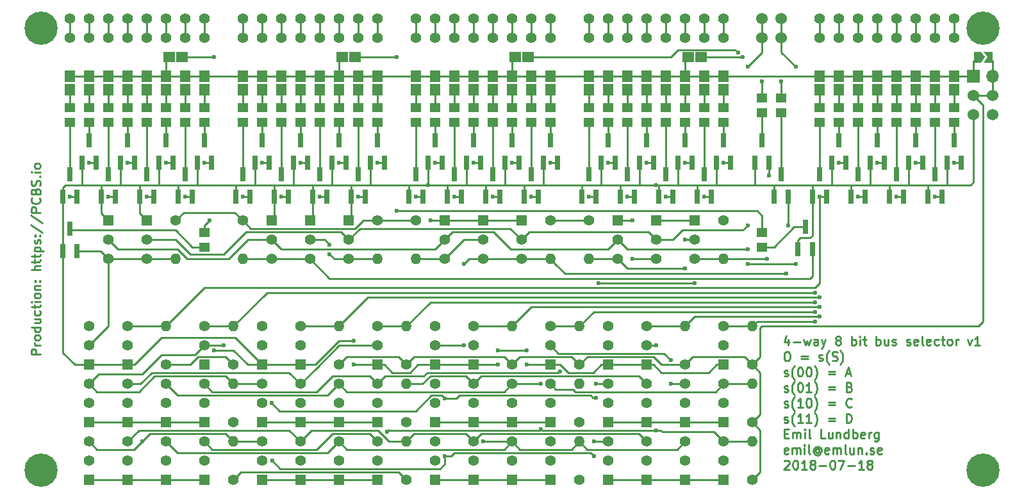
<source format=gtl>
G04 #@! TF.GenerationSoftware,KiCad,Pcbnew,(5.0.0-rc2-200-g1f6f76beb)*
G04 #@! TF.CreationDate,2018-07-18T18:35:48+02:00*
G04 #@! TF.ProjectId,bus-selector,6275732D73656C6563746F722E6B6963,rev?*
G04 #@! TF.SameCoordinates,Original*
G04 #@! TF.FileFunction,Copper,L1,Top,Signal*
G04 #@! TF.FilePolarity,Positive*
%FSLAX46Y46*%
G04 Gerber Fmt 4.6, Leading zero omitted, Abs format (unit mm)*
G04 Created by KiCad (PCBNEW (5.0.0-rc2-200-g1f6f76beb)) date Wed Jul 18 18:35:48 2018*
%MOMM*%
%LPD*%
G01*
G04 APERTURE LIST*
G04 #@! TA.AperFunction,NonConductor*
%ADD10C,0.250000*%
G04 #@! TD*
G04 #@! TA.AperFunction,ComponentPad*
%ADD11C,1.400000*%
G04 #@! TD*
G04 #@! TA.AperFunction,ComponentPad*
%ADD12R,1.400000X1.400000*%
G04 #@! TD*
G04 #@! TA.AperFunction,SMDPad,CuDef*
%ADD13R,0.800000X1.900000*%
G04 #@! TD*
G04 #@! TA.AperFunction,SMDPad,CuDef*
%ADD14R,1.400000X1.295000*%
G04 #@! TD*
G04 #@! TA.AperFunction,ComponentPad*
%ADD15C,1.524000*%
G04 #@! TD*
G04 #@! TA.AperFunction,ComponentPad*
%ADD16O,1.400000X1.400000*%
G04 #@! TD*
G04 #@! TA.AperFunction,SMDPad,CuDef*
%ADD17R,1.320000X1.520000*%
G04 #@! TD*
G04 #@! TA.AperFunction,SMDPad,CuDef*
%ADD18R,1.520000X1.320000*%
G04 #@! TD*
G04 #@! TA.AperFunction,ComponentPad*
%ADD19R,1.700000X1.700000*%
G04 #@! TD*
G04 #@! TA.AperFunction,ComponentPad*
%ADD20O,1.700000X1.700000*%
G04 #@! TD*
G04 #@! TA.AperFunction,SMDPad,CuDef*
%ADD21C,0.300000*%
G04 #@! TD*
G04 #@! TA.AperFunction,Conductor*
%ADD22C,0.100000*%
G04 #@! TD*
G04 #@! TA.AperFunction,ComponentPad*
%ADD23C,4.400000*%
G04 #@! TD*
G04 #@! TA.AperFunction,ViaPad*
%ADD24C,0.600000*%
G04 #@! TD*
G04 #@! TA.AperFunction,Conductor*
%ADD25C,0.250000*%
G04 #@! TD*
G04 APERTURE END LIST*
D10*
X21497857Y-62101428D02*
X20297857Y-62101428D01*
X20297857Y-61644285D01*
X20355000Y-61530000D01*
X20412142Y-61472857D01*
X20526428Y-61415714D01*
X20697857Y-61415714D01*
X20812142Y-61472857D01*
X20869285Y-61530000D01*
X20926428Y-61644285D01*
X20926428Y-62101428D01*
X21497857Y-60901428D02*
X20697857Y-60901428D01*
X20926428Y-60901428D02*
X20812142Y-60844285D01*
X20755000Y-60787142D01*
X20697857Y-60672857D01*
X20697857Y-60558571D01*
X21497857Y-59987142D02*
X21440714Y-60101428D01*
X21383571Y-60158571D01*
X21269285Y-60215714D01*
X20926428Y-60215714D01*
X20812142Y-60158571D01*
X20755000Y-60101428D01*
X20697857Y-59987142D01*
X20697857Y-59815714D01*
X20755000Y-59701428D01*
X20812142Y-59644285D01*
X20926428Y-59587142D01*
X21269285Y-59587142D01*
X21383571Y-59644285D01*
X21440714Y-59701428D01*
X21497857Y-59815714D01*
X21497857Y-59987142D01*
X21497857Y-58558571D02*
X20297857Y-58558571D01*
X21440714Y-58558571D02*
X21497857Y-58672857D01*
X21497857Y-58901428D01*
X21440714Y-59015714D01*
X21383571Y-59072857D01*
X21269285Y-59130000D01*
X20926428Y-59130000D01*
X20812142Y-59072857D01*
X20755000Y-59015714D01*
X20697857Y-58901428D01*
X20697857Y-58672857D01*
X20755000Y-58558571D01*
X20697857Y-57472857D02*
X21497857Y-57472857D01*
X20697857Y-57987142D02*
X21326428Y-57987142D01*
X21440714Y-57930000D01*
X21497857Y-57815714D01*
X21497857Y-57644285D01*
X21440714Y-57530000D01*
X21383571Y-57472857D01*
X21440714Y-56387142D02*
X21497857Y-56501428D01*
X21497857Y-56730000D01*
X21440714Y-56844285D01*
X21383571Y-56901428D01*
X21269285Y-56958571D01*
X20926428Y-56958571D01*
X20812142Y-56901428D01*
X20755000Y-56844285D01*
X20697857Y-56730000D01*
X20697857Y-56501428D01*
X20755000Y-56387142D01*
X20697857Y-56044285D02*
X20697857Y-55587142D01*
X20297857Y-55872857D02*
X21326428Y-55872857D01*
X21440714Y-55815714D01*
X21497857Y-55701428D01*
X21497857Y-55587142D01*
X21497857Y-55187142D02*
X20697857Y-55187142D01*
X20297857Y-55187142D02*
X20355000Y-55244285D01*
X20412142Y-55187142D01*
X20355000Y-55130000D01*
X20297857Y-55187142D01*
X20412142Y-55187142D01*
X21497857Y-54444285D02*
X21440714Y-54558571D01*
X21383571Y-54615714D01*
X21269285Y-54672857D01*
X20926428Y-54672857D01*
X20812142Y-54615714D01*
X20755000Y-54558571D01*
X20697857Y-54444285D01*
X20697857Y-54272857D01*
X20755000Y-54158571D01*
X20812142Y-54101428D01*
X20926428Y-54044285D01*
X21269285Y-54044285D01*
X21383571Y-54101428D01*
X21440714Y-54158571D01*
X21497857Y-54272857D01*
X21497857Y-54444285D01*
X20697857Y-53530000D02*
X21497857Y-53530000D01*
X20812142Y-53530000D02*
X20755000Y-53472857D01*
X20697857Y-53358571D01*
X20697857Y-53187142D01*
X20755000Y-53072857D01*
X20869285Y-53015714D01*
X21497857Y-53015714D01*
X21383571Y-52444285D02*
X21440714Y-52387142D01*
X21497857Y-52444285D01*
X21440714Y-52501428D01*
X21383571Y-52444285D01*
X21497857Y-52444285D01*
X20755000Y-52444285D02*
X20812142Y-52387142D01*
X20869285Y-52444285D01*
X20812142Y-52501428D01*
X20755000Y-52444285D01*
X20869285Y-52444285D01*
X21497857Y-50958571D02*
X20297857Y-50958571D01*
X21497857Y-50444285D02*
X20869285Y-50444285D01*
X20755000Y-50501428D01*
X20697857Y-50615714D01*
X20697857Y-50787142D01*
X20755000Y-50901428D01*
X20812142Y-50958571D01*
X20697857Y-50044285D02*
X20697857Y-49587142D01*
X20297857Y-49872857D02*
X21326428Y-49872857D01*
X21440714Y-49815714D01*
X21497857Y-49701428D01*
X21497857Y-49587142D01*
X20697857Y-49358571D02*
X20697857Y-48901428D01*
X20297857Y-49187142D02*
X21326428Y-49187142D01*
X21440714Y-49130000D01*
X21497857Y-49015714D01*
X21497857Y-48901428D01*
X20697857Y-48501428D02*
X21897857Y-48501428D01*
X20755000Y-48501428D02*
X20697857Y-48387142D01*
X20697857Y-48158571D01*
X20755000Y-48044285D01*
X20812142Y-47987142D01*
X20926428Y-47930000D01*
X21269285Y-47930000D01*
X21383571Y-47987142D01*
X21440714Y-48044285D01*
X21497857Y-48158571D01*
X21497857Y-48387142D01*
X21440714Y-48501428D01*
X21440714Y-47472857D02*
X21497857Y-47358571D01*
X21497857Y-47130000D01*
X21440714Y-47015714D01*
X21326428Y-46958571D01*
X21269285Y-46958571D01*
X21155000Y-47015714D01*
X21097857Y-47130000D01*
X21097857Y-47301428D01*
X21040714Y-47415714D01*
X20926428Y-47472857D01*
X20869285Y-47472857D01*
X20755000Y-47415714D01*
X20697857Y-47301428D01*
X20697857Y-47130000D01*
X20755000Y-47015714D01*
X21383571Y-46444285D02*
X21440714Y-46387142D01*
X21497857Y-46444285D01*
X21440714Y-46501428D01*
X21383571Y-46444285D01*
X21497857Y-46444285D01*
X20755000Y-46444285D02*
X20812142Y-46387142D01*
X20869285Y-46444285D01*
X20812142Y-46501428D01*
X20755000Y-46444285D01*
X20869285Y-46444285D01*
X20240714Y-45015714D02*
X21783571Y-46044285D01*
X20240714Y-43758571D02*
X21783571Y-44787142D01*
X21497857Y-43358571D02*
X20297857Y-43358571D01*
X20297857Y-42901428D01*
X20355000Y-42787142D01*
X20412142Y-42730000D01*
X20526428Y-42672857D01*
X20697857Y-42672857D01*
X20812142Y-42730000D01*
X20869285Y-42787142D01*
X20926428Y-42901428D01*
X20926428Y-43358571D01*
X21383571Y-41472857D02*
X21440714Y-41530000D01*
X21497857Y-41701428D01*
X21497857Y-41815714D01*
X21440714Y-41987142D01*
X21326428Y-42101428D01*
X21212142Y-42158571D01*
X20983571Y-42215714D01*
X20812142Y-42215714D01*
X20583571Y-42158571D01*
X20469285Y-42101428D01*
X20355000Y-41987142D01*
X20297857Y-41815714D01*
X20297857Y-41701428D01*
X20355000Y-41530000D01*
X20412142Y-41472857D01*
X20869285Y-40558571D02*
X20926428Y-40387142D01*
X20983571Y-40330000D01*
X21097857Y-40272857D01*
X21269285Y-40272857D01*
X21383571Y-40330000D01*
X21440714Y-40387142D01*
X21497857Y-40501428D01*
X21497857Y-40958571D01*
X20297857Y-40958571D01*
X20297857Y-40558571D01*
X20355000Y-40444285D01*
X20412142Y-40387142D01*
X20526428Y-40330000D01*
X20640714Y-40330000D01*
X20755000Y-40387142D01*
X20812142Y-40444285D01*
X20869285Y-40558571D01*
X20869285Y-40958571D01*
X21440714Y-39815714D02*
X21497857Y-39644285D01*
X21497857Y-39358571D01*
X21440714Y-39244285D01*
X21383571Y-39187142D01*
X21269285Y-39130000D01*
X21155000Y-39130000D01*
X21040714Y-39187142D01*
X20983571Y-39244285D01*
X20926428Y-39358571D01*
X20869285Y-39587142D01*
X20812142Y-39701428D01*
X20755000Y-39758571D01*
X20640714Y-39815714D01*
X20526428Y-39815714D01*
X20412142Y-39758571D01*
X20355000Y-39701428D01*
X20297857Y-39587142D01*
X20297857Y-39301428D01*
X20355000Y-39130000D01*
X21383571Y-38615714D02*
X21440714Y-38558571D01*
X21497857Y-38615714D01*
X21440714Y-38672857D01*
X21383571Y-38615714D01*
X21497857Y-38615714D01*
X21497857Y-38044285D02*
X20697857Y-38044285D01*
X20297857Y-38044285D02*
X20355000Y-38101428D01*
X20412142Y-38044285D01*
X20355000Y-37987142D01*
X20297857Y-38044285D01*
X20412142Y-38044285D01*
X21497857Y-37301428D02*
X21440714Y-37415714D01*
X21383571Y-37472857D01*
X21269285Y-37530000D01*
X20926428Y-37530000D01*
X20812142Y-37472857D01*
X20755000Y-37415714D01*
X20697857Y-37301428D01*
X20697857Y-37130000D01*
X20755000Y-37015714D01*
X20812142Y-36958571D01*
X20926428Y-36901428D01*
X21269285Y-36901428D01*
X21383571Y-36958571D01*
X21440714Y-37015714D01*
X21497857Y-37130000D01*
X21497857Y-37301428D01*
X120342500Y-60122857D02*
X120342500Y-60922857D01*
X120056785Y-59665714D02*
X119771071Y-60522857D01*
X120513928Y-60522857D01*
X120971071Y-60465714D02*
X121885357Y-60465714D01*
X122342500Y-60122857D02*
X122571071Y-60922857D01*
X122799642Y-60351428D01*
X123028214Y-60922857D01*
X123256785Y-60122857D01*
X124228214Y-60922857D02*
X124228214Y-60294285D01*
X124171071Y-60180000D01*
X124056785Y-60122857D01*
X123828214Y-60122857D01*
X123713928Y-60180000D01*
X124228214Y-60865714D02*
X124113928Y-60922857D01*
X123828214Y-60922857D01*
X123713928Y-60865714D01*
X123656785Y-60751428D01*
X123656785Y-60637142D01*
X123713928Y-60522857D01*
X123828214Y-60465714D01*
X124113928Y-60465714D01*
X124228214Y-60408571D01*
X124685357Y-60122857D02*
X124971071Y-60922857D01*
X125256785Y-60122857D02*
X124971071Y-60922857D01*
X124856785Y-61208571D01*
X124799642Y-61265714D01*
X124685357Y-61322857D01*
X126799642Y-60237142D02*
X126685357Y-60180000D01*
X126628214Y-60122857D01*
X126571071Y-60008571D01*
X126571071Y-59951428D01*
X126628214Y-59837142D01*
X126685357Y-59780000D01*
X126799642Y-59722857D01*
X127028214Y-59722857D01*
X127142500Y-59780000D01*
X127199642Y-59837142D01*
X127256785Y-59951428D01*
X127256785Y-60008571D01*
X127199642Y-60122857D01*
X127142500Y-60180000D01*
X127028214Y-60237142D01*
X126799642Y-60237142D01*
X126685357Y-60294285D01*
X126628214Y-60351428D01*
X126571071Y-60465714D01*
X126571071Y-60694285D01*
X126628214Y-60808571D01*
X126685357Y-60865714D01*
X126799642Y-60922857D01*
X127028214Y-60922857D01*
X127142500Y-60865714D01*
X127199642Y-60808571D01*
X127256785Y-60694285D01*
X127256785Y-60465714D01*
X127199642Y-60351428D01*
X127142500Y-60294285D01*
X127028214Y-60237142D01*
X128685357Y-60922857D02*
X128685357Y-59722857D01*
X128685357Y-60180000D02*
X128799642Y-60122857D01*
X129028214Y-60122857D01*
X129142500Y-60180000D01*
X129199642Y-60237142D01*
X129256785Y-60351428D01*
X129256785Y-60694285D01*
X129199642Y-60808571D01*
X129142500Y-60865714D01*
X129028214Y-60922857D01*
X128799642Y-60922857D01*
X128685357Y-60865714D01*
X129771071Y-60922857D02*
X129771071Y-60122857D01*
X129771071Y-59722857D02*
X129713928Y-59780000D01*
X129771071Y-59837142D01*
X129828214Y-59780000D01*
X129771071Y-59722857D01*
X129771071Y-59837142D01*
X130171071Y-60122857D02*
X130628214Y-60122857D01*
X130342500Y-59722857D02*
X130342500Y-60751428D01*
X130399642Y-60865714D01*
X130513928Y-60922857D01*
X130628214Y-60922857D01*
X131942500Y-60922857D02*
X131942500Y-59722857D01*
X131942500Y-60180000D02*
X132056785Y-60122857D01*
X132285357Y-60122857D01*
X132399642Y-60180000D01*
X132456785Y-60237142D01*
X132513928Y-60351428D01*
X132513928Y-60694285D01*
X132456785Y-60808571D01*
X132399642Y-60865714D01*
X132285357Y-60922857D01*
X132056785Y-60922857D01*
X131942500Y-60865714D01*
X133542500Y-60122857D02*
X133542500Y-60922857D01*
X133028214Y-60122857D02*
X133028214Y-60751428D01*
X133085357Y-60865714D01*
X133199642Y-60922857D01*
X133371071Y-60922857D01*
X133485357Y-60865714D01*
X133542500Y-60808571D01*
X134056785Y-60865714D02*
X134171071Y-60922857D01*
X134399642Y-60922857D01*
X134513928Y-60865714D01*
X134571071Y-60751428D01*
X134571071Y-60694285D01*
X134513928Y-60580000D01*
X134399642Y-60522857D01*
X134228214Y-60522857D01*
X134113928Y-60465714D01*
X134056785Y-60351428D01*
X134056785Y-60294285D01*
X134113928Y-60180000D01*
X134228214Y-60122857D01*
X134399642Y-60122857D01*
X134513928Y-60180000D01*
X135942500Y-60865714D02*
X136056785Y-60922857D01*
X136285357Y-60922857D01*
X136399642Y-60865714D01*
X136456785Y-60751428D01*
X136456785Y-60694285D01*
X136399642Y-60580000D01*
X136285357Y-60522857D01*
X136113928Y-60522857D01*
X135999642Y-60465714D01*
X135942500Y-60351428D01*
X135942500Y-60294285D01*
X135999642Y-60180000D01*
X136113928Y-60122857D01*
X136285357Y-60122857D01*
X136399642Y-60180000D01*
X137428214Y-60865714D02*
X137313928Y-60922857D01*
X137085357Y-60922857D01*
X136971071Y-60865714D01*
X136913928Y-60751428D01*
X136913928Y-60294285D01*
X136971071Y-60180000D01*
X137085357Y-60122857D01*
X137313928Y-60122857D01*
X137428214Y-60180000D01*
X137485357Y-60294285D01*
X137485357Y-60408571D01*
X136913928Y-60522857D01*
X138171071Y-60922857D02*
X138056785Y-60865714D01*
X137999642Y-60751428D01*
X137999642Y-59722857D01*
X139085357Y-60865714D02*
X138971071Y-60922857D01*
X138742500Y-60922857D01*
X138628214Y-60865714D01*
X138571071Y-60751428D01*
X138571071Y-60294285D01*
X138628214Y-60180000D01*
X138742500Y-60122857D01*
X138971071Y-60122857D01*
X139085357Y-60180000D01*
X139142500Y-60294285D01*
X139142500Y-60408571D01*
X138571071Y-60522857D01*
X140171071Y-60865714D02*
X140056785Y-60922857D01*
X139828214Y-60922857D01*
X139713928Y-60865714D01*
X139656785Y-60808571D01*
X139599642Y-60694285D01*
X139599642Y-60351428D01*
X139656785Y-60237142D01*
X139713928Y-60180000D01*
X139828214Y-60122857D01*
X140056785Y-60122857D01*
X140171071Y-60180000D01*
X140513928Y-60122857D02*
X140971071Y-60122857D01*
X140685357Y-59722857D02*
X140685357Y-60751428D01*
X140742500Y-60865714D01*
X140856785Y-60922857D01*
X140971071Y-60922857D01*
X141542500Y-60922857D02*
X141428214Y-60865714D01*
X141371071Y-60808571D01*
X141313928Y-60694285D01*
X141313928Y-60351428D01*
X141371071Y-60237142D01*
X141428214Y-60180000D01*
X141542500Y-60122857D01*
X141713928Y-60122857D01*
X141828214Y-60180000D01*
X141885357Y-60237142D01*
X141942500Y-60351428D01*
X141942500Y-60694285D01*
X141885357Y-60808571D01*
X141828214Y-60865714D01*
X141713928Y-60922857D01*
X141542500Y-60922857D01*
X142456785Y-60922857D02*
X142456785Y-60122857D01*
X142456785Y-60351428D02*
X142513928Y-60237142D01*
X142571071Y-60180000D01*
X142685357Y-60122857D01*
X142799642Y-60122857D01*
X143999642Y-60122857D02*
X144285357Y-60922857D01*
X144571071Y-60122857D01*
X145656785Y-60922857D02*
X144971071Y-60922857D01*
X145313928Y-60922857D02*
X145313928Y-59722857D01*
X145199642Y-59894285D01*
X145085357Y-60008571D01*
X144971071Y-60065714D01*
X120056785Y-61772857D02*
X120285357Y-61772857D01*
X120399642Y-61830000D01*
X120513928Y-61944285D01*
X120571071Y-62172857D01*
X120571071Y-62572857D01*
X120513928Y-62801428D01*
X120399642Y-62915714D01*
X120285357Y-62972857D01*
X120056785Y-62972857D01*
X119942500Y-62915714D01*
X119828214Y-62801428D01*
X119771071Y-62572857D01*
X119771071Y-62172857D01*
X119828214Y-61944285D01*
X119942500Y-61830000D01*
X120056785Y-61772857D01*
X121999642Y-62344285D02*
X122913928Y-62344285D01*
X122913928Y-62687142D02*
X121999642Y-62687142D01*
X124342500Y-62915714D02*
X124456785Y-62972857D01*
X124685357Y-62972857D01*
X124799642Y-62915714D01*
X124856785Y-62801428D01*
X124856785Y-62744285D01*
X124799642Y-62630000D01*
X124685357Y-62572857D01*
X124513928Y-62572857D01*
X124399642Y-62515714D01*
X124342500Y-62401428D01*
X124342500Y-62344285D01*
X124399642Y-62230000D01*
X124513928Y-62172857D01*
X124685357Y-62172857D01*
X124799642Y-62230000D01*
X125713928Y-63430000D02*
X125656785Y-63372857D01*
X125542500Y-63201428D01*
X125485357Y-63087142D01*
X125428214Y-62915714D01*
X125371071Y-62630000D01*
X125371071Y-62401428D01*
X125428214Y-62115714D01*
X125485357Y-61944285D01*
X125542500Y-61830000D01*
X125656785Y-61658571D01*
X125713928Y-61601428D01*
X126113928Y-62915714D02*
X126285357Y-62972857D01*
X126571071Y-62972857D01*
X126685357Y-62915714D01*
X126742500Y-62858571D01*
X126799642Y-62744285D01*
X126799642Y-62630000D01*
X126742500Y-62515714D01*
X126685357Y-62458571D01*
X126571071Y-62401428D01*
X126342500Y-62344285D01*
X126228214Y-62287142D01*
X126171071Y-62230000D01*
X126113928Y-62115714D01*
X126113928Y-62001428D01*
X126171071Y-61887142D01*
X126228214Y-61830000D01*
X126342500Y-61772857D01*
X126628214Y-61772857D01*
X126799642Y-61830000D01*
X127199642Y-63430000D02*
X127256785Y-63372857D01*
X127371071Y-63201428D01*
X127428214Y-63087142D01*
X127485357Y-62915714D01*
X127542500Y-62630000D01*
X127542500Y-62401428D01*
X127485357Y-62115714D01*
X127428214Y-61944285D01*
X127371071Y-61830000D01*
X127256785Y-61658571D01*
X127199642Y-61601428D01*
X119771071Y-64965714D02*
X119885357Y-65022857D01*
X120113928Y-65022857D01*
X120228214Y-64965714D01*
X120285357Y-64851428D01*
X120285357Y-64794285D01*
X120228214Y-64680000D01*
X120113928Y-64622857D01*
X119942500Y-64622857D01*
X119828214Y-64565714D01*
X119771071Y-64451428D01*
X119771071Y-64394285D01*
X119828214Y-64280000D01*
X119942500Y-64222857D01*
X120113928Y-64222857D01*
X120228214Y-64280000D01*
X121142500Y-65480000D02*
X121085357Y-65422857D01*
X120971071Y-65251428D01*
X120913928Y-65137142D01*
X120856785Y-64965714D01*
X120799642Y-64680000D01*
X120799642Y-64451428D01*
X120856785Y-64165714D01*
X120913928Y-63994285D01*
X120971071Y-63880000D01*
X121085357Y-63708571D01*
X121142500Y-63651428D01*
X121828214Y-63822857D02*
X121942500Y-63822857D01*
X122056785Y-63880000D01*
X122113928Y-63937142D01*
X122171071Y-64051428D01*
X122228214Y-64280000D01*
X122228214Y-64565714D01*
X122171071Y-64794285D01*
X122113928Y-64908571D01*
X122056785Y-64965714D01*
X121942500Y-65022857D01*
X121828214Y-65022857D01*
X121713928Y-64965714D01*
X121656785Y-64908571D01*
X121599642Y-64794285D01*
X121542500Y-64565714D01*
X121542500Y-64280000D01*
X121599642Y-64051428D01*
X121656785Y-63937142D01*
X121713928Y-63880000D01*
X121828214Y-63822857D01*
X122971071Y-63822857D02*
X123085357Y-63822857D01*
X123199642Y-63880000D01*
X123256785Y-63937142D01*
X123313928Y-64051428D01*
X123371071Y-64280000D01*
X123371071Y-64565714D01*
X123313928Y-64794285D01*
X123256785Y-64908571D01*
X123199642Y-64965714D01*
X123085357Y-65022857D01*
X122971071Y-65022857D01*
X122856785Y-64965714D01*
X122799642Y-64908571D01*
X122742500Y-64794285D01*
X122685357Y-64565714D01*
X122685357Y-64280000D01*
X122742500Y-64051428D01*
X122799642Y-63937142D01*
X122856785Y-63880000D01*
X122971071Y-63822857D01*
X123771071Y-65480000D02*
X123828214Y-65422857D01*
X123942500Y-65251428D01*
X123999642Y-65137142D01*
X124056785Y-64965714D01*
X124113928Y-64680000D01*
X124113928Y-64451428D01*
X124056785Y-64165714D01*
X123999642Y-63994285D01*
X123942500Y-63880000D01*
X123828214Y-63708571D01*
X123771071Y-63651428D01*
X125599642Y-64394285D02*
X126513928Y-64394285D01*
X126513928Y-64737142D02*
X125599642Y-64737142D01*
X127942500Y-64680000D02*
X128513928Y-64680000D01*
X127828214Y-65022857D02*
X128228214Y-63822857D01*
X128628214Y-65022857D01*
X119771071Y-67015714D02*
X119885357Y-67072857D01*
X120113928Y-67072857D01*
X120228214Y-67015714D01*
X120285357Y-66901428D01*
X120285357Y-66844285D01*
X120228214Y-66730000D01*
X120113928Y-66672857D01*
X119942500Y-66672857D01*
X119828214Y-66615714D01*
X119771071Y-66501428D01*
X119771071Y-66444285D01*
X119828214Y-66330000D01*
X119942500Y-66272857D01*
X120113928Y-66272857D01*
X120228214Y-66330000D01*
X121142500Y-67530000D02*
X121085357Y-67472857D01*
X120971071Y-67301428D01*
X120913928Y-67187142D01*
X120856785Y-67015714D01*
X120799642Y-66730000D01*
X120799642Y-66501428D01*
X120856785Y-66215714D01*
X120913928Y-66044285D01*
X120971071Y-65930000D01*
X121085357Y-65758571D01*
X121142500Y-65701428D01*
X121828214Y-65872857D02*
X121942500Y-65872857D01*
X122056785Y-65930000D01*
X122113928Y-65987142D01*
X122171071Y-66101428D01*
X122228214Y-66330000D01*
X122228214Y-66615714D01*
X122171071Y-66844285D01*
X122113928Y-66958571D01*
X122056785Y-67015714D01*
X121942500Y-67072857D01*
X121828214Y-67072857D01*
X121713928Y-67015714D01*
X121656785Y-66958571D01*
X121599642Y-66844285D01*
X121542500Y-66615714D01*
X121542500Y-66330000D01*
X121599642Y-66101428D01*
X121656785Y-65987142D01*
X121713928Y-65930000D01*
X121828214Y-65872857D01*
X123371071Y-67072857D02*
X122685357Y-67072857D01*
X123028214Y-67072857D02*
X123028214Y-65872857D01*
X122913928Y-66044285D01*
X122799642Y-66158571D01*
X122685357Y-66215714D01*
X123771071Y-67530000D02*
X123828214Y-67472857D01*
X123942500Y-67301428D01*
X123999642Y-67187142D01*
X124056785Y-67015714D01*
X124113928Y-66730000D01*
X124113928Y-66501428D01*
X124056785Y-66215714D01*
X123999642Y-66044285D01*
X123942500Y-65930000D01*
X123828214Y-65758571D01*
X123771071Y-65701428D01*
X125599642Y-66444285D02*
X126513928Y-66444285D01*
X126513928Y-66787142D02*
X125599642Y-66787142D01*
X128399642Y-66444285D02*
X128571071Y-66501428D01*
X128628214Y-66558571D01*
X128685357Y-66672857D01*
X128685357Y-66844285D01*
X128628214Y-66958571D01*
X128571071Y-67015714D01*
X128456785Y-67072857D01*
X127999642Y-67072857D01*
X127999642Y-65872857D01*
X128399642Y-65872857D01*
X128513928Y-65930000D01*
X128571071Y-65987142D01*
X128628214Y-66101428D01*
X128628214Y-66215714D01*
X128571071Y-66330000D01*
X128513928Y-66387142D01*
X128399642Y-66444285D01*
X127999642Y-66444285D01*
X119771071Y-69065714D02*
X119885357Y-69122857D01*
X120113928Y-69122857D01*
X120228214Y-69065714D01*
X120285357Y-68951428D01*
X120285357Y-68894285D01*
X120228214Y-68780000D01*
X120113928Y-68722857D01*
X119942500Y-68722857D01*
X119828214Y-68665714D01*
X119771071Y-68551428D01*
X119771071Y-68494285D01*
X119828214Y-68380000D01*
X119942500Y-68322857D01*
X120113928Y-68322857D01*
X120228214Y-68380000D01*
X121142500Y-69580000D02*
X121085357Y-69522857D01*
X120971071Y-69351428D01*
X120913928Y-69237142D01*
X120856785Y-69065714D01*
X120799642Y-68780000D01*
X120799642Y-68551428D01*
X120856785Y-68265714D01*
X120913928Y-68094285D01*
X120971071Y-67980000D01*
X121085357Y-67808571D01*
X121142500Y-67751428D01*
X122228214Y-69122857D02*
X121542500Y-69122857D01*
X121885357Y-69122857D02*
X121885357Y-67922857D01*
X121771071Y-68094285D01*
X121656785Y-68208571D01*
X121542500Y-68265714D01*
X122971071Y-67922857D02*
X123085357Y-67922857D01*
X123199642Y-67980000D01*
X123256785Y-68037142D01*
X123313928Y-68151428D01*
X123371071Y-68380000D01*
X123371071Y-68665714D01*
X123313928Y-68894285D01*
X123256785Y-69008571D01*
X123199642Y-69065714D01*
X123085357Y-69122857D01*
X122971071Y-69122857D01*
X122856785Y-69065714D01*
X122799642Y-69008571D01*
X122742500Y-68894285D01*
X122685357Y-68665714D01*
X122685357Y-68380000D01*
X122742500Y-68151428D01*
X122799642Y-68037142D01*
X122856785Y-67980000D01*
X122971071Y-67922857D01*
X123771071Y-69580000D02*
X123828214Y-69522857D01*
X123942500Y-69351428D01*
X123999642Y-69237142D01*
X124056785Y-69065714D01*
X124113928Y-68780000D01*
X124113928Y-68551428D01*
X124056785Y-68265714D01*
X123999642Y-68094285D01*
X123942500Y-67980000D01*
X123828214Y-67808571D01*
X123771071Y-67751428D01*
X125599642Y-68494285D02*
X126513928Y-68494285D01*
X126513928Y-68837142D02*
X125599642Y-68837142D01*
X128685357Y-69008571D02*
X128628214Y-69065714D01*
X128456785Y-69122857D01*
X128342500Y-69122857D01*
X128171071Y-69065714D01*
X128056785Y-68951428D01*
X127999642Y-68837142D01*
X127942500Y-68608571D01*
X127942500Y-68437142D01*
X127999642Y-68208571D01*
X128056785Y-68094285D01*
X128171071Y-67980000D01*
X128342500Y-67922857D01*
X128456785Y-67922857D01*
X128628214Y-67980000D01*
X128685357Y-68037142D01*
X119771071Y-71115714D02*
X119885357Y-71172857D01*
X120113928Y-71172857D01*
X120228214Y-71115714D01*
X120285357Y-71001428D01*
X120285357Y-70944285D01*
X120228214Y-70830000D01*
X120113928Y-70772857D01*
X119942500Y-70772857D01*
X119828214Y-70715714D01*
X119771071Y-70601428D01*
X119771071Y-70544285D01*
X119828214Y-70430000D01*
X119942500Y-70372857D01*
X120113928Y-70372857D01*
X120228214Y-70430000D01*
X121142500Y-71630000D02*
X121085357Y-71572857D01*
X120971071Y-71401428D01*
X120913928Y-71287142D01*
X120856785Y-71115714D01*
X120799642Y-70830000D01*
X120799642Y-70601428D01*
X120856785Y-70315714D01*
X120913928Y-70144285D01*
X120971071Y-70030000D01*
X121085357Y-69858571D01*
X121142500Y-69801428D01*
X122228214Y-71172857D02*
X121542500Y-71172857D01*
X121885357Y-71172857D02*
X121885357Y-69972857D01*
X121771071Y-70144285D01*
X121656785Y-70258571D01*
X121542500Y-70315714D01*
X123371071Y-71172857D02*
X122685357Y-71172857D01*
X123028214Y-71172857D02*
X123028214Y-69972857D01*
X122913928Y-70144285D01*
X122799642Y-70258571D01*
X122685357Y-70315714D01*
X123771071Y-71630000D02*
X123828214Y-71572857D01*
X123942500Y-71401428D01*
X123999642Y-71287142D01*
X124056785Y-71115714D01*
X124113928Y-70830000D01*
X124113928Y-70601428D01*
X124056785Y-70315714D01*
X123999642Y-70144285D01*
X123942500Y-70030000D01*
X123828214Y-69858571D01*
X123771071Y-69801428D01*
X125599642Y-70544285D02*
X126513928Y-70544285D01*
X126513928Y-70887142D02*
X125599642Y-70887142D01*
X127999642Y-71172857D02*
X127999642Y-69972857D01*
X128285357Y-69972857D01*
X128456785Y-70030000D01*
X128571071Y-70144285D01*
X128628214Y-70258571D01*
X128685357Y-70487142D01*
X128685357Y-70658571D01*
X128628214Y-70887142D01*
X128571071Y-71001428D01*
X128456785Y-71115714D01*
X128285357Y-71172857D01*
X127999642Y-71172857D01*
X119828214Y-72594285D02*
X120228214Y-72594285D01*
X120399642Y-73222857D02*
X119828214Y-73222857D01*
X119828214Y-72022857D01*
X120399642Y-72022857D01*
X120913928Y-73222857D02*
X120913928Y-72422857D01*
X120913928Y-72537142D02*
X120971071Y-72480000D01*
X121085357Y-72422857D01*
X121256785Y-72422857D01*
X121371071Y-72480000D01*
X121428214Y-72594285D01*
X121428214Y-73222857D01*
X121428214Y-72594285D02*
X121485357Y-72480000D01*
X121599642Y-72422857D01*
X121771071Y-72422857D01*
X121885357Y-72480000D01*
X121942500Y-72594285D01*
X121942500Y-73222857D01*
X122513928Y-73222857D02*
X122513928Y-72422857D01*
X122513928Y-72022857D02*
X122456785Y-72080000D01*
X122513928Y-72137142D01*
X122571071Y-72080000D01*
X122513928Y-72022857D01*
X122513928Y-72137142D01*
X123256785Y-73222857D02*
X123142500Y-73165714D01*
X123085357Y-73051428D01*
X123085357Y-72022857D01*
X125199642Y-73222857D02*
X124628214Y-73222857D01*
X124628214Y-72022857D01*
X126113928Y-72422857D02*
X126113928Y-73222857D01*
X125599642Y-72422857D02*
X125599642Y-73051428D01*
X125656785Y-73165714D01*
X125771071Y-73222857D01*
X125942500Y-73222857D01*
X126056785Y-73165714D01*
X126113928Y-73108571D01*
X126685357Y-72422857D02*
X126685357Y-73222857D01*
X126685357Y-72537142D02*
X126742500Y-72480000D01*
X126856785Y-72422857D01*
X127028214Y-72422857D01*
X127142500Y-72480000D01*
X127199642Y-72594285D01*
X127199642Y-73222857D01*
X128285357Y-73222857D02*
X128285357Y-72022857D01*
X128285357Y-73165714D02*
X128171071Y-73222857D01*
X127942500Y-73222857D01*
X127828214Y-73165714D01*
X127771071Y-73108571D01*
X127713928Y-72994285D01*
X127713928Y-72651428D01*
X127771071Y-72537142D01*
X127828214Y-72480000D01*
X127942500Y-72422857D01*
X128171071Y-72422857D01*
X128285357Y-72480000D01*
X128856785Y-73222857D02*
X128856785Y-72022857D01*
X128856785Y-72480000D02*
X128971071Y-72422857D01*
X129199642Y-72422857D01*
X129313928Y-72480000D01*
X129371071Y-72537142D01*
X129428214Y-72651428D01*
X129428214Y-72994285D01*
X129371071Y-73108571D01*
X129313928Y-73165714D01*
X129199642Y-73222857D01*
X128971071Y-73222857D01*
X128856785Y-73165714D01*
X130399642Y-73165714D02*
X130285357Y-73222857D01*
X130056785Y-73222857D01*
X129942500Y-73165714D01*
X129885357Y-73051428D01*
X129885357Y-72594285D01*
X129942500Y-72480000D01*
X130056785Y-72422857D01*
X130285357Y-72422857D01*
X130399642Y-72480000D01*
X130456785Y-72594285D01*
X130456785Y-72708571D01*
X129885357Y-72822857D01*
X130971071Y-73222857D02*
X130971071Y-72422857D01*
X130971071Y-72651428D02*
X131028214Y-72537142D01*
X131085357Y-72480000D01*
X131199642Y-72422857D01*
X131313928Y-72422857D01*
X132228214Y-72422857D02*
X132228214Y-73394285D01*
X132171071Y-73508571D01*
X132113928Y-73565714D01*
X131999642Y-73622857D01*
X131828214Y-73622857D01*
X131713928Y-73565714D01*
X132228214Y-73165714D02*
X132113928Y-73222857D01*
X131885357Y-73222857D01*
X131771071Y-73165714D01*
X131713928Y-73108571D01*
X131656785Y-72994285D01*
X131656785Y-72651428D01*
X131713928Y-72537142D01*
X131771071Y-72480000D01*
X131885357Y-72422857D01*
X132113928Y-72422857D01*
X132228214Y-72480000D01*
X120285357Y-75215714D02*
X120171071Y-75272857D01*
X119942500Y-75272857D01*
X119828214Y-75215714D01*
X119771071Y-75101428D01*
X119771071Y-74644285D01*
X119828214Y-74530000D01*
X119942500Y-74472857D01*
X120171071Y-74472857D01*
X120285357Y-74530000D01*
X120342500Y-74644285D01*
X120342500Y-74758571D01*
X119771071Y-74872857D01*
X120856785Y-75272857D02*
X120856785Y-74472857D01*
X120856785Y-74587142D02*
X120913928Y-74530000D01*
X121028214Y-74472857D01*
X121199642Y-74472857D01*
X121313928Y-74530000D01*
X121371071Y-74644285D01*
X121371071Y-75272857D01*
X121371071Y-74644285D02*
X121428214Y-74530000D01*
X121542500Y-74472857D01*
X121713928Y-74472857D01*
X121828214Y-74530000D01*
X121885357Y-74644285D01*
X121885357Y-75272857D01*
X122456785Y-75272857D02*
X122456785Y-74472857D01*
X122456785Y-74072857D02*
X122399642Y-74130000D01*
X122456785Y-74187142D01*
X122513928Y-74130000D01*
X122456785Y-74072857D01*
X122456785Y-74187142D01*
X123199642Y-75272857D02*
X123085357Y-75215714D01*
X123028214Y-75101428D01*
X123028214Y-74072857D01*
X124399642Y-74701428D02*
X124342500Y-74644285D01*
X124228214Y-74587142D01*
X124113928Y-74587142D01*
X123999642Y-74644285D01*
X123942500Y-74701428D01*
X123885357Y-74815714D01*
X123885357Y-74930000D01*
X123942500Y-75044285D01*
X123999642Y-75101428D01*
X124113928Y-75158571D01*
X124228214Y-75158571D01*
X124342500Y-75101428D01*
X124399642Y-75044285D01*
X124399642Y-74587142D02*
X124399642Y-75044285D01*
X124456785Y-75101428D01*
X124513928Y-75101428D01*
X124628214Y-75044285D01*
X124685357Y-74930000D01*
X124685357Y-74644285D01*
X124571071Y-74472857D01*
X124399642Y-74358571D01*
X124171071Y-74301428D01*
X123942500Y-74358571D01*
X123771071Y-74472857D01*
X123656785Y-74644285D01*
X123599642Y-74872857D01*
X123656785Y-75101428D01*
X123771071Y-75272857D01*
X123942500Y-75387142D01*
X124171071Y-75444285D01*
X124399642Y-75387142D01*
X124571071Y-75272857D01*
X125656785Y-75215714D02*
X125542500Y-75272857D01*
X125313928Y-75272857D01*
X125199642Y-75215714D01*
X125142500Y-75101428D01*
X125142500Y-74644285D01*
X125199642Y-74530000D01*
X125313928Y-74472857D01*
X125542500Y-74472857D01*
X125656785Y-74530000D01*
X125713928Y-74644285D01*
X125713928Y-74758571D01*
X125142500Y-74872857D01*
X126228214Y-75272857D02*
X126228214Y-74472857D01*
X126228214Y-74587142D02*
X126285357Y-74530000D01*
X126399642Y-74472857D01*
X126571071Y-74472857D01*
X126685357Y-74530000D01*
X126742500Y-74644285D01*
X126742500Y-75272857D01*
X126742500Y-74644285D02*
X126799642Y-74530000D01*
X126913928Y-74472857D01*
X127085357Y-74472857D01*
X127199642Y-74530000D01*
X127256785Y-74644285D01*
X127256785Y-75272857D01*
X127999642Y-75272857D02*
X127885357Y-75215714D01*
X127828214Y-75101428D01*
X127828214Y-74072857D01*
X128971071Y-74472857D02*
X128971071Y-75272857D01*
X128456785Y-74472857D02*
X128456785Y-75101428D01*
X128513928Y-75215714D01*
X128628214Y-75272857D01*
X128799642Y-75272857D01*
X128913928Y-75215714D01*
X128971071Y-75158571D01*
X129542500Y-74472857D02*
X129542500Y-75272857D01*
X129542500Y-74587142D02*
X129599642Y-74530000D01*
X129713928Y-74472857D01*
X129885357Y-74472857D01*
X129999642Y-74530000D01*
X130056785Y-74644285D01*
X130056785Y-75272857D01*
X130628214Y-75158571D02*
X130685357Y-75215714D01*
X130628214Y-75272857D01*
X130571071Y-75215714D01*
X130628214Y-75158571D01*
X130628214Y-75272857D01*
X131142500Y-75215714D02*
X131256785Y-75272857D01*
X131485357Y-75272857D01*
X131599642Y-75215714D01*
X131656785Y-75101428D01*
X131656785Y-75044285D01*
X131599642Y-74930000D01*
X131485357Y-74872857D01*
X131313928Y-74872857D01*
X131199642Y-74815714D01*
X131142500Y-74701428D01*
X131142500Y-74644285D01*
X131199642Y-74530000D01*
X131313928Y-74472857D01*
X131485357Y-74472857D01*
X131599642Y-74530000D01*
X132628214Y-75215714D02*
X132513928Y-75272857D01*
X132285357Y-75272857D01*
X132171071Y-75215714D01*
X132113928Y-75101428D01*
X132113928Y-74644285D01*
X132171071Y-74530000D01*
X132285357Y-74472857D01*
X132513928Y-74472857D01*
X132628214Y-74530000D01*
X132685357Y-74644285D01*
X132685357Y-74758571D01*
X132113928Y-74872857D01*
X119771071Y-76237142D02*
X119828214Y-76180000D01*
X119942500Y-76122857D01*
X120228214Y-76122857D01*
X120342500Y-76180000D01*
X120399642Y-76237142D01*
X120456785Y-76351428D01*
X120456785Y-76465714D01*
X120399642Y-76637142D01*
X119713928Y-77322857D01*
X120456785Y-77322857D01*
X121199642Y-76122857D02*
X121313928Y-76122857D01*
X121428214Y-76180000D01*
X121485357Y-76237142D01*
X121542500Y-76351428D01*
X121599642Y-76580000D01*
X121599642Y-76865714D01*
X121542500Y-77094285D01*
X121485357Y-77208571D01*
X121428214Y-77265714D01*
X121313928Y-77322857D01*
X121199642Y-77322857D01*
X121085357Y-77265714D01*
X121028214Y-77208571D01*
X120971071Y-77094285D01*
X120913928Y-76865714D01*
X120913928Y-76580000D01*
X120971071Y-76351428D01*
X121028214Y-76237142D01*
X121085357Y-76180000D01*
X121199642Y-76122857D01*
X122742500Y-77322857D02*
X122056785Y-77322857D01*
X122399642Y-77322857D02*
X122399642Y-76122857D01*
X122285357Y-76294285D01*
X122171071Y-76408571D01*
X122056785Y-76465714D01*
X123428214Y-76637142D02*
X123313928Y-76580000D01*
X123256785Y-76522857D01*
X123199642Y-76408571D01*
X123199642Y-76351428D01*
X123256785Y-76237142D01*
X123313928Y-76180000D01*
X123428214Y-76122857D01*
X123656785Y-76122857D01*
X123771071Y-76180000D01*
X123828214Y-76237142D01*
X123885357Y-76351428D01*
X123885357Y-76408571D01*
X123828214Y-76522857D01*
X123771071Y-76580000D01*
X123656785Y-76637142D01*
X123428214Y-76637142D01*
X123313928Y-76694285D01*
X123256785Y-76751428D01*
X123199642Y-76865714D01*
X123199642Y-77094285D01*
X123256785Y-77208571D01*
X123313928Y-77265714D01*
X123428214Y-77322857D01*
X123656785Y-77322857D01*
X123771071Y-77265714D01*
X123828214Y-77208571D01*
X123885357Y-77094285D01*
X123885357Y-76865714D01*
X123828214Y-76751428D01*
X123771071Y-76694285D01*
X123656785Y-76637142D01*
X124399642Y-76865714D02*
X125313928Y-76865714D01*
X126113928Y-76122857D02*
X126228214Y-76122857D01*
X126342500Y-76180000D01*
X126399642Y-76237142D01*
X126456785Y-76351428D01*
X126513928Y-76580000D01*
X126513928Y-76865714D01*
X126456785Y-77094285D01*
X126399642Y-77208571D01*
X126342500Y-77265714D01*
X126228214Y-77322857D01*
X126113928Y-77322857D01*
X125999642Y-77265714D01*
X125942500Y-77208571D01*
X125885357Y-77094285D01*
X125828214Y-76865714D01*
X125828214Y-76580000D01*
X125885357Y-76351428D01*
X125942500Y-76237142D01*
X125999642Y-76180000D01*
X126113928Y-76122857D01*
X126913928Y-76122857D02*
X127713928Y-76122857D01*
X127199642Y-77322857D01*
X128171071Y-76865714D02*
X129085357Y-76865714D01*
X130285357Y-77322857D02*
X129599642Y-77322857D01*
X129942500Y-77322857D02*
X129942500Y-76122857D01*
X129828214Y-76294285D01*
X129713928Y-76408571D01*
X129599642Y-76465714D01*
X130971071Y-76637142D02*
X130856785Y-76580000D01*
X130799642Y-76522857D01*
X130742500Y-76408571D01*
X130742500Y-76351428D01*
X130799642Y-76237142D01*
X130856785Y-76180000D01*
X130971071Y-76122857D01*
X131199642Y-76122857D01*
X131313928Y-76180000D01*
X131371071Y-76237142D01*
X131428214Y-76351428D01*
X131428214Y-76408571D01*
X131371071Y-76522857D01*
X131313928Y-76580000D01*
X131199642Y-76637142D01*
X130971071Y-76637142D01*
X130856785Y-76694285D01*
X130799642Y-76751428D01*
X130742500Y-76865714D01*
X130742500Y-77094285D01*
X130799642Y-77208571D01*
X130856785Y-77265714D01*
X130971071Y-77322857D01*
X131199642Y-77322857D01*
X131313928Y-77265714D01*
X131371071Y-77208571D01*
X131428214Y-77094285D01*
X131428214Y-76865714D01*
X131371071Y-76751428D01*
X131313928Y-76694285D01*
X131199642Y-76637142D01*
D11*
G04 #@! TO.P,Q36,2*
G04 #@! TO.N,/a4*
X33020000Y-68580000D03*
G04 #@! TO.P,Q36,3*
G04 #@! TO.N,Net-(Q36-Pad3)*
X33020000Y-66040000D03*
D12*
G04 #@! TO.P,Q36,1*
G04 #@! TO.N,/sa_and*
X33020000Y-71120000D03*
G04 #@! TD*
G04 #@! TO.P,Q53,1*
G04 #@! TO.N,/sc_and*
X73660000Y-78740000D03*
D11*
G04 #@! TO.P,Q53,3*
G04 #@! TO.N,Net-(Q51-Pad3)*
X73660000Y-73660000D03*
G04 #@! TO.P,Q53,2*
G04 #@! TO.N,/c7*
X73660000Y-76200000D03*
G04 #@! TD*
D12*
G04 #@! TO.P,Q5,1*
G04 #@! TO.N,GND*
X57150000Y-44450000D03*
D11*
G04 #@! TO.P,Q5,3*
G04 #@! TO.N,/sb*
X57150000Y-49530000D03*
G04 #@! TO.P,Q5,2*
G04 #@! TO.N,Net-(Q5-Pad2)*
X57150000Y-46990000D03*
G04 #@! TD*
G04 #@! TO.P,Q12,2*
G04 #@! TO.N,/s0*
X97790000Y-46990000D03*
G04 #@! TO.P,Q12,3*
G04 #@! TO.N,Net-(Q12-Pad3)*
X97790000Y-49530000D03*
D12*
G04 #@! TO.P,Q12,1*
G04 #@! TO.N,Net-(Q12-Pad1)*
X97790000Y-44450000D03*
G04 #@! TD*
D13*
G04 #@! TO.P,Q95,3*
G04 #@! TO.N,Net-(Q95-Pad3)*
X134620000Y-38275000D03*
G04 #@! TO.P,Q95,2*
G04 #@! TO.N,/o3*
X135570000Y-41275000D03*
G04 #@! TO.P,Q95,1*
G04 #@! TO.N,GND*
X133670000Y-41275000D03*
G04 #@! TD*
G04 #@! TO.P,Q92,3*
G04 #@! TO.N,Net-(Q92-Pad3)*
X142240000Y-33830000D03*
G04 #@! TO.P,Q92,2*
G04 #@! TO.N,/o0*
X143190000Y-36830000D03*
G04 #@! TO.P,Q92,1*
G04 #@! TO.N,GND*
X141290000Y-36830000D03*
G04 #@! TD*
D14*
G04 #@! TO.P,R57,2*
G04 #@! TO.N,Net-(Q89-Pad3)*
X116840000Y-47957500D03*
G04 #@! TO.P,R57,1*
G04 #@! TO.N,Net-(D34-Pad1)*
X116840000Y-46022500D03*
G04 #@! TD*
D13*
G04 #@! TO.P,Q89,1*
G04 #@! TO.N,GND*
X121605000Y-48260000D03*
G04 #@! TO.P,Q89,2*
G04 #@! TO.N,/sb*
X123505000Y-48260000D03*
G04 #@! TO.P,Q89,3*
G04 #@! TO.N,Net-(Q89-Pad3)*
X122555000Y-45260000D03*
G04 #@! TD*
D15*
G04 #@! TO.P,J7,2*
G04 #@! TO.N,VCC*
X147320000Y-27940000D03*
G04 #@! TO.P,J7,1*
G04 #@! TO.N,GND*
X147320000Y-30480000D03*
X144780000Y-30480000D03*
G04 #@! TO.P,J7,2*
G04 #@! TO.N,VCC*
X144780000Y-27940000D03*
G04 #@! TD*
D11*
G04 #@! TO.P,J1,8*
G04 #@! TO.N,/a7*
X25400000Y-20320000D03*
G04 #@! TO.P,J1,7*
G04 #@! TO.N,/a6*
X27940000Y-20320000D03*
G04 #@! TO.P,J1,6*
G04 #@! TO.N,/a5*
X30480000Y-20320000D03*
G04 #@! TO.P,J1,5*
G04 #@! TO.N,/a4*
X33020000Y-20320000D03*
G04 #@! TO.P,J1,4*
G04 #@! TO.N,/a3*
X35560000Y-20320000D03*
G04 #@! TO.P,J1,3*
G04 #@! TO.N,/a2*
X38100000Y-20320000D03*
G04 #@! TO.P,J1,2*
G04 #@! TO.N,/a1*
X40640000Y-20320000D03*
G04 #@! TO.P,J1,1*
G04 #@! TO.N,/a0*
X43180000Y-20320000D03*
X43180000Y-17780000D03*
G04 #@! TO.P,J1,2*
G04 #@! TO.N,/a1*
X40640000Y-17780000D03*
G04 #@! TO.P,J1,3*
G04 #@! TO.N,/a2*
X38100000Y-17780000D03*
G04 #@! TO.P,J1,4*
G04 #@! TO.N,/a3*
X35560000Y-17780000D03*
G04 #@! TO.P,J1,5*
G04 #@! TO.N,/a4*
X33020000Y-17780000D03*
G04 #@! TO.P,J1,6*
G04 #@! TO.N,/a5*
X30480000Y-17780000D03*
G04 #@! TO.P,J1,7*
G04 #@! TO.N,/a6*
X27940000Y-17780000D03*
G04 #@! TO.P,J1,8*
G04 #@! TO.N,/a7*
X25400000Y-17780000D03*
G04 #@! TD*
G04 #@! TO.P,J2,8*
G04 #@! TO.N,/b7*
X48260000Y-20320000D03*
G04 #@! TO.P,J2,7*
G04 #@! TO.N,/b6*
X50800000Y-20320000D03*
G04 #@! TO.P,J2,6*
G04 #@! TO.N,/b5*
X53340000Y-20320000D03*
G04 #@! TO.P,J2,5*
G04 #@! TO.N,/b4*
X55880000Y-20320000D03*
G04 #@! TO.P,J2,4*
G04 #@! TO.N,/b3*
X58420000Y-20320000D03*
G04 #@! TO.P,J2,3*
G04 #@! TO.N,/b2*
X60960000Y-20320000D03*
G04 #@! TO.P,J2,2*
G04 #@! TO.N,/b1*
X63500000Y-20320000D03*
G04 #@! TO.P,J2,1*
G04 #@! TO.N,/b0*
X66040000Y-20320000D03*
X66040000Y-17780000D03*
G04 #@! TO.P,J2,2*
G04 #@! TO.N,/b1*
X63500000Y-17780000D03*
G04 #@! TO.P,J2,3*
G04 #@! TO.N,/b2*
X60960000Y-17780000D03*
G04 #@! TO.P,J2,4*
G04 #@! TO.N,/b3*
X58420000Y-17780000D03*
G04 #@! TO.P,J2,5*
G04 #@! TO.N,/b4*
X55880000Y-17780000D03*
G04 #@! TO.P,J2,6*
G04 #@! TO.N,/b5*
X53340000Y-17780000D03*
G04 #@! TO.P,J2,7*
G04 #@! TO.N,/b6*
X50800000Y-17780000D03*
G04 #@! TO.P,J2,8*
G04 #@! TO.N,/b7*
X48260000Y-17780000D03*
G04 #@! TD*
G04 #@! TO.P,J3,8*
G04 #@! TO.N,/c7*
X71120000Y-20320000D03*
G04 #@! TO.P,J3,7*
G04 #@! TO.N,/c6*
X73660000Y-20320000D03*
G04 #@! TO.P,J3,6*
G04 #@! TO.N,/c5*
X76200000Y-20320000D03*
G04 #@! TO.P,J3,5*
G04 #@! TO.N,/c4*
X78740000Y-20320000D03*
G04 #@! TO.P,J3,4*
G04 #@! TO.N,/c3*
X81280000Y-20320000D03*
G04 #@! TO.P,J3,3*
G04 #@! TO.N,/c2*
X83820000Y-20320000D03*
G04 #@! TO.P,J3,2*
G04 #@! TO.N,/c1*
X86360000Y-20320000D03*
G04 #@! TO.P,J3,1*
G04 #@! TO.N,/c0*
X88900000Y-20320000D03*
X88900000Y-17780000D03*
G04 #@! TO.P,J3,2*
G04 #@! TO.N,/c1*
X86360000Y-17780000D03*
G04 #@! TO.P,J3,3*
G04 #@! TO.N,/c2*
X83820000Y-17780000D03*
G04 #@! TO.P,J3,4*
G04 #@! TO.N,/c3*
X81280000Y-17780000D03*
G04 #@! TO.P,J3,5*
G04 #@! TO.N,/c4*
X78740000Y-17780000D03*
G04 #@! TO.P,J3,6*
G04 #@! TO.N,/c5*
X76200000Y-17780000D03*
G04 #@! TO.P,J3,7*
G04 #@! TO.N,/c6*
X73660000Y-17780000D03*
G04 #@! TO.P,J3,8*
G04 #@! TO.N,/c7*
X71120000Y-17780000D03*
G04 #@! TD*
G04 #@! TO.P,J4,8*
G04 #@! TO.N,/d7*
X93980000Y-20320000D03*
G04 #@! TO.P,J4,7*
G04 #@! TO.N,/d6*
X96520000Y-20320000D03*
G04 #@! TO.P,J4,6*
G04 #@! TO.N,/d5*
X99060000Y-20320000D03*
G04 #@! TO.P,J4,5*
G04 #@! TO.N,/d4*
X101600000Y-20320000D03*
G04 #@! TO.P,J4,4*
G04 #@! TO.N,/d3*
X104140000Y-20320000D03*
G04 #@! TO.P,J4,3*
G04 #@! TO.N,/d2*
X106680000Y-20320000D03*
G04 #@! TO.P,J4,2*
G04 #@! TO.N,/d1*
X109220000Y-20320000D03*
G04 #@! TO.P,J4,1*
G04 #@! TO.N,/d0*
X111760000Y-20320000D03*
X111760000Y-17780000D03*
G04 #@! TO.P,J4,2*
G04 #@! TO.N,/d1*
X109220000Y-17780000D03*
G04 #@! TO.P,J4,3*
G04 #@! TO.N,/d2*
X106680000Y-17780000D03*
G04 #@! TO.P,J4,4*
G04 #@! TO.N,/d3*
X104140000Y-17780000D03*
G04 #@! TO.P,J4,5*
G04 #@! TO.N,/d4*
X101600000Y-17780000D03*
G04 #@! TO.P,J4,6*
G04 #@! TO.N,/d5*
X99060000Y-17780000D03*
G04 #@! TO.P,J4,7*
G04 #@! TO.N,/d6*
X96520000Y-17780000D03*
G04 #@! TO.P,J4,8*
G04 #@! TO.N,/d7*
X93980000Y-17780000D03*
G04 #@! TD*
G04 #@! TO.P,J6,8*
G04 #@! TO.N,/o7*
X124460000Y-20320000D03*
G04 #@! TO.P,J6,7*
G04 #@! TO.N,/o6*
X127000000Y-20320000D03*
G04 #@! TO.P,J6,6*
G04 #@! TO.N,/o5*
X129540000Y-20320000D03*
G04 #@! TO.P,J6,5*
G04 #@! TO.N,/o4*
X132080000Y-20320000D03*
G04 #@! TO.P,J6,4*
G04 #@! TO.N,/o3*
X134620000Y-20320000D03*
G04 #@! TO.P,J6,3*
G04 #@! TO.N,/o2*
X137160000Y-20320000D03*
G04 #@! TO.P,J6,2*
G04 #@! TO.N,/o1*
X139700000Y-20320000D03*
G04 #@! TO.P,J6,1*
G04 #@! TO.N,/o0*
X142240000Y-20320000D03*
X142240000Y-17780000D03*
G04 #@! TO.P,J6,2*
G04 #@! TO.N,/o1*
X139700000Y-17780000D03*
G04 #@! TO.P,J6,3*
G04 #@! TO.N,/o2*
X137160000Y-17780000D03*
G04 #@! TO.P,J6,4*
G04 #@! TO.N,/o3*
X134620000Y-17780000D03*
G04 #@! TO.P,J6,5*
G04 #@! TO.N,/o4*
X132080000Y-17780000D03*
G04 #@! TO.P,J6,6*
G04 #@! TO.N,/o5*
X129540000Y-17780000D03*
G04 #@! TO.P,J6,7*
G04 #@! TO.N,/o6*
X127000000Y-17780000D03*
G04 #@! TO.P,J6,8*
G04 #@! TO.N,/o7*
X124460000Y-17780000D03*
G04 #@! TD*
D15*
G04 #@! TO.P,J5,2*
G04 #@! TO.N,/s1*
X116840000Y-20320000D03*
G04 #@! TO.P,J5,1*
G04 #@! TO.N,/s0*
X119380000Y-20320000D03*
X119380000Y-17780000D03*
G04 #@! TO.P,J5,2*
G04 #@! TO.N,/s1*
X116840000Y-17780000D03*
G04 #@! TD*
D16*
G04 #@! TO.P,R1,2*
G04 #@! TO.N,/sa*
X39370000Y-49530000D03*
D11*
G04 #@! TO.P,R1,1*
G04 #@! TO.N,VCC*
X39370000Y-44450000D03*
G04 #@! TD*
D16*
G04 #@! TO.P,R2,2*
G04 #@! TO.N,/sb*
X48260000Y-49530000D03*
D11*
G04 #@! TO.P,R2,1*
G04 #@! TO.N,VCC*
X48260000Y-44450000D03*
G04 #@! TD*
D16*
G04 #@! TO.P,R3,2*
G04 #@! TO.N,Net-(Q5-Pad2)*
X66040000Y-49530000D03*
D11*
G04 #@! TO.P,R3,1*
G04 #@! TO.N,VCC*
X66040000Y-44450000D03*
G04 #@! TD*
D16*
G04 #@! TO.P,R4,2*
G04 #@! TO.N,Net-(Q8-Pad3)*
X71120000Y-49530000D03*
D11*
G04 #@! TO.P,R4,1*
G04 #@! TO.N,VCC*
X71120000Y-44450000D03*
G04 #@! TD*
D16*
G04 #@! TO.P,R5,2*
G04 #@! TO.N,/sc*
X88900000Y-49530000D03*
D11*
G04 #@! TO.P,R5,1*
G04 #@! TO.N,VCC*
X88900000Y-44450000D03*
G04 #@! TD*
D16*
G04 #@! TO.P,R6,2*
G04 #@! TO.N,Net-(Q12-Pad3)*
X93980000Y-49530000D03*
D11*
G04 #@! TO.P,R6,1*
G04 #@! TO.N,VCC*
X93980000Y-44450000D03*
G04 #@! TD*
D16*
G04 #@! TO.P,R7,2*
G04 #@! TO.N,/sd*
X111760000Y-49530000D03*
D11*
G04 #@! TO.P,R7,1*
G04 #@! TO.N,VCC*
X111760000Y-44450000D03*
G04 #@! TD*
D16*
G04 #@! TO.P,R8,2*
G04 #@! TO.N,Net-(Q16-Pad3)*
X115570000Y-66040000D03*
D11*
G04 #@! TO.P,R8,1*
G04 #@! TO.N,VCC*
X115570000Y-71120000D03*
G04 #@! TD*
D16*
G04 #@! TO.P,R9,2*
G04 #@! TO.N,/o0*
X115570000Y-58420000D03*
D11*
G04 #@! TO.P,R9,1*
G04 #@! TO.N,VCC*
X115570000Y-63500000D03*
G04 #@! TD*
D16*
G04 #@! TO.P,R10,2*
G04 #@! TO.N,Net-(Q21-Pad3)*
X115570000Y-73660000D03*
D11*
G04 #@! TO.P,R10,1*
G04 #@! TO.N,VCC*
X115570000Y-78740000D03*
G04 #@! TD*
D16*
G04 #@! TO.P,R11,2*
G04 #@! TO.N,/o1*
X106680000Y-58420000D03*
D11*
G04 #@! TO.P,R11,1*
G04 #@! TO.N,VCC*
X106680000Y-63500000D03*
G04 #@! TD*
D16*
G04 #@! TO.P,R12,2*
G04 #@! TO.N,Net-(Q26-Pad3)*
X92710000Y-66040000D03*
D11*
G04 #@! TO.P,R12,1*
G04 #@! TO.N,VCC*
X92710000Y-71120000D03*
G04 #@! TD*
D16*
G04 #@! TO.P,R13,2*
G04 #@! TO.N,/o2*
X92710000Y-58420000D03*
D11*
G04 #@! TO.P,R13,1*
G04 #@! TO.N,VCC*
X92710000Y-63500000D03*
G04 #@! TD*
D16*
G04 #@! TO.P,R14,2*
G04 #@! TO.N,Net-(Q31-Pad3)*
X92710000Y-73660000D03*
D11*
G04 #@! TO.P,R14,1*
G04 #@! TO.N,VCC*
X92710000Y-78740000D03*
G04 #@! TD*
D16*
G04 #@! TO.P,R16,2*
G04 #@! TO.N,Net-(Q36-Pad3)*
X69850000Y-66040000D03*
D11*
G04 #@! TO.P,R16,1*
G04 #@! TO.N,VCC*
X69850000Y-71120000D03*
G04 #@! TD*
D16*
G04 #@! TO.P,R17,2*
G04 #@! TO.N,/o4*
X69850000Y-58420000D03*
D11*
G04 #@! TO.P,R17,1*
G04 #@! TO.N,VCC*
X69850000Y-63500000D03*
G04 #@! TD*
D16*
G04 #@! TO.P,R18,2*
G04 #@! TO.N,Net-(Q41-Pad3)*
X69850000Y-73660000D03*
D11*
G04 #@! TO.P,R18,1*
G04 #@! TO.N,VCC*
X69850000Y-78740000D03*
G04 #@! TD*
D16*
G04 #@! TO.P,R19,2*
G04 #@! TO.N,/o5*
X60960000Y-58420000D03*
D11*
G04 #@! TO.P,R19,1*
G04 #@! TO.N,VCC*
X60960000Y-63500000D03*
G04 #@! TD*
D16*
G04 #@! TO.P,R20,2*
G04 #@! TO.N,Net-(Q46-Pad3)*
X46990000Y-66040000D03*
D11*
G04 #@! TO.P,R20,1*
G04 #@! TO.N,VCC*
X46990000Y-71120000D03*
G04 #@! TD*
D16*
G04 #@! TO.P,R21,2*
G04 #@! TO.N,/o6*
X46990000Y-58420000D03*
D11*
G04 #@! TO.P,R21,1*
G04 #@! TO.N,VCC*
X46990000Y-63500000D03*
G04 #@! TD*
D16*
G04 #@! TO.P,R22,2*
G04 #@! TO.N,Net-(Q51-Pad3)*
X46990000Y-73660000D03*
D11*
G04 #@! TO.P,R22,1*
G04 #@! TO.N,VCC*
X46990000Y-78740000D03*
G04 #@! TD*
D16*
G04 #@! TO.P,R15,2*
G04 #@! TO.N,/o3*
X83820000Y-58420000D03*
D11*
G04 #@! TO.P,R15,1*
G04 #@! TO.N,VCC*
X83820000Y-63500000D03*
G04 #@! TD*
D16*
G04 #@! TO.P,R23,2*
G04 #@! TO.N,/o7*
X38100000Y-58420000D03*
D11*
G04 #@! TO.P,R23,1*
G04 #@! TO.N,VCC*
X38100000Y-63500000D03*
G04 #@! TD*
D17*
G04 #@! TO.P,D1,2*
G04 #@! TO.N,/LED_PWR*
X43180000Y-25400000D03*
G04 #@! TO.P,D1,1*
G04 #@! TO.N,Net-(D1-Pad1)*
X43180000Y-27160000D03*
G04 #@! TD*
G04 #@! TO.P,D2,1*
G04 #@! TO.N,Net-(D2-Pad1)*
X40640000Y-27160000D03*
G04 #@! TO.P,D2,2*
G04 #@! TO.N,/LED_PWR*
X40640000Y-25400000D03*
G04 #@! TD*
G04 #@! TO.P,D3,1*
G04 #@! TO.N,Net-(D3-Pad1)*
X38100000Y-27160000D03*
G04 #@! TO.P,D3,2*
G04 #@! TO.N,/LED_PWR*
X38100000Y-25400000D03*
G04 #@! TD*
G04 #@! TO.P,D4,2*
G04 #@! TO.N,/LED_PWR*
X35560000Y-25400000D03*
G04 #@! TO.P,D4,1*
G04 #@! TO.N,Net-(D4-Pad1)*
X35560000Y-27160000D03*
G04 #@! TD*
G04 #@! TO.P,D5,2*
G04 #@! TO.N,/LED_PWR*
X33020000Y-25400000D03*
G04 #@! TO.P,D5,1*
G04 #@! TO.N,Net-(D5-Pad1)*
X33020000Y-27160000D03*
G04 #@! TD*
G04 #@! TO.P,D6,2*
G04 #@! TO.N,/LED_PWR*
X30480000Y-25400000D03*
G04 #@! TO.P,D6,1*
G04 #@! TO.N,Net-(D6-Pad1)*
X30480000Y-27160000D03*
G04 #@! TD*
G04 #@! TO.P,D7,1*
G04 #@! TO.N,Net-(D7-Pad1)*
X27940000Y-27160000D03*
G04 #@! TO.P,D7,2*
G04 #@! TO.N,/LED_PWR*
X27940000Y-25400000D03*
G04 #@! TD*
G04 #@! TO.P,D8,2*
G04 #@! TO.N,/LED_PWR*
X25400000Y-25400000D03*
G04 #@! TO.P,D8,1*
G04 #@! TO.N,Net-(D8-Pad1)*
X25400000Y-27160000D03*
G04 #@! TD*
G04 #@! TO.P,D9,1*
G04 #@! TO.N,Net-(D9-Pad1)*
X66040000Y-27160000D03*
G04 #@! TO.P,D9,2*
G04 #@! TO.N,/LED_PWR*
X66040000Y-25400000D03*
G04 #@! TD*
G04 #@! TO.P,D10,2*
G04 #@! TO.N,/LED_PWR*
X63500000Y-25400000D03*
G04 #@! TO.P,D10,1*
G04 #@! TO.N,Net-(D10-Pad1)*
X63500000Y-27160000D03*
G04 #@! TD*
G04 #@! TO.P,D11,1*
G04 #@! TO.N,Net-(D11-Pad1)*
X60960000Y-27160000D03*
G04 #@! TO.P,D11,2*
G04 #@! TO.N,/LED_PWR*
X60960000Y-25400000D03*
G04 #@! TD*
G04 #@! TO.P,D12,2*
G04 #@! TO.N,/LED_PWR*
X58420000Y-25400000D03*
G04 #@! TO.P,D12,1*
G04 #@! TO.N,Net-(D12-Pad1)*
X58420000Y-27160000D03*
G04 #@! TD*
G04 #@! TO.P,D13,1*
G04 #@! TO.N,Net-(D13-Pad1)*
X55880000Y-27160000D03*
G04 #@! TO.P,D13,2*
G04 #@! TO.N,/LED_PWR*
X55880000Y-25400000D03*
G04 #@! TD*
G04 #@! TO.P,D14,1*
G04 #@! TO.N,Net-(D14-Pad1)*
X53340000Y-27160000D03*
G04 #@! TO.P,D14,2*
G04 #@! TO.N,/LED_PWR*
X53340000Y-25400000D03*
G04 #@! TD*
G04 #@! TO.P,D15,2*
G04 #@! TO.N,/LED_PWR*
X50800000Y-25400000D03*
G04 #@! TO.P,D15,1*
G04 #@! TO.N,Net-(D15-Pad1)*
X50800000Y-27160000D03*
G04 #@! TD*
G04 #@! TO.P,D16,2*
G04 #@! TO.N,/LED_PWR*
X48260000Y-25400000D03*
G04 #@! TO.P,D16,1*
G04 #@! TO.N,Net-(D16-Pad1)*
X48260000Y-27160000D03*
G04 #@! TD*
G04 #@! TO.P,D17,1*
G04 #@! TO.N,Net-(D17-Pad1)*
X88900000Y-27160000D03*
G04 #@! TO.P,D17,2*
G04 #@! TO.N,/LED_PWR*
X88900000Y-25400000D03*
G04 #@! TD*
G04 #@! TO.P,D18,1*
G04 #@! TO.N,Net-(D18-Pad1)*
X86360000Y-27160000D03*
G04 #@! TO.P,D18,2*
G04 #@! TO.N,/LED_PWR*
X86360000Y-25400000D03*
G04 #@! TD*
G04 #@! TO.P,D19,2*
G04 #@! TO.N,/LED_PWR*
X83820000Y-25400000D03*
G04 #@! TO.P,D19,1*
G04 #@! TO.N,Net-(D19-Pad1)*
X83820000Y-27160000D03*
G04 #@! TD*
G04 #@! TO.P,D20,2*
G04 #@! TO.N,/LED_PWR*
X81280000Y-25400000D03*
G04 #@! TO.P,D20,1*
G04 #@! TO.N,Net-(D20-Pad1)*
X81280000Y-27160000D03*
G04 #@! TD*
G04 #@! TO.P,D21,1*
G04 #@! TO.N,Net-(D21-Pad1)*
X78740000Y-27160000D03*
G04 #@! TO.P,D21,2*
G04 #@! TO.N,/LED_PWR*
X78740000Y-25400000D03*
G04 #@! TD*
G04 #@! TO.P,D22,2*
G04 #@! TO.N,/LED_PWR*
X76200000Y-25400000D03*
G04 #@! TO.P,D22,1*
G04 #@! TO.N,Net-(D22-Pad1)*
X76200000Y-27160000D03*
G04 #@! TD*
G04 #@! TO.P,D23,1*
G04 #@! TO.N,Net-(D23-Pad1)*
X73660000Y-27160000D03*
G04 #@! TO.P,D23,2*
G04 #@! TO.N,/LED_PWR*
X73660000Y-25400000D03*
G04 #@! TD*
G04 #@! TO.P,D24,1*
G04 #@! TO.N,Net-(D24-Pad1)*
X71120000Y-27160000D03*
G04 #@! TO.P,D24,2*
G04 #@! TO.N,/LED_PWR*
X71120000Y-25400000D03*
G04 #@! TD*
G04 #@! TO.P,D25,1*
G04 #@! TO.N,Net-(D25-Pad1)*
X111760000Y-27160000D03*
G04 #@! TO.P,D25,2*
G04 #@! TO.N,/LED_PWR*
X111760000Y-25400000D03*
G04 #@! TD*
G04 #@! TO.P,D26,2*
G04 #@! TO.N,/LED_PWR*
X109220000Y-25400000D03*
G04 #@! TO.P,D26,1*
G04 #@! TO.N,Net-(D26-Pad1)*
X109220000Y-27160000D03*
G04 #@! TD*
G04 #@! TO.P,D27,1*
G04 #@! TO.N,Net-(D27-Pad1)*
X106680000Y-27160000D03*
G04 #@! TO.P,D27,2*
G04 #@! TO.N,/LED_PWR*
X106680000Y-25400000D03*
G04 #@! TD*
G04 #@! TO.P,D28,2*
G04 #@! TO.N,/LED_PWR*
X104140000Y-25400000D03*
G04 #@! TO.P,D28,1*
G04 #@! TO.N,Net-(D28-Pad1)*
X104140000Y-27160000D03*
G04 #@! TD*
G04 #@! TO.P,D29,1*
G04 #@! TO.N,Net-(D29-Pad1)*
X101600000Y-27160000D03*
G04 #@! TO.P,D29,2*
G04 #@! TO.N,/LED_PWR*
X101600000Y-25400000D03*
G04 #@! TD*
G04 #@! TO.P,D30,1*
G04 #@! TO.N,Net-(D30-Pad1)*
X99060000Y-27160000D03*
G04 #@! TO.P,D30,2*
G04 #@! TO.N,/LED_PWR*
X99060000Y-25400000D03*
G04 #@! TD*
G04 #@! TO.P,D31,2*
G04 #@! TO.N,/LED_PWR*
X96520000Y-25400000D03*
G04 #@! TO.P,D31,1*
G04 #@! TO.N,Net-(D31-Pad1)*
X96520000Y-27160000D03*
G04 #@! TD*
G04 #@! TO.P,D32,2*
G04 #@! TO.N,/LED_PWR*
X93980000Y-25400000D03*
G04 #@! TO.P,D32,1*
G04 #@! TO.N,Net-(D32-Pad1)*
X93980000Y-27160000D03*
G04 #@! TD*
D18*
G04 #@! TO.P,D33,2*
G04 #@! TO.N,/LED_PWR*
X38490000Y-22860000D03*
G04 #@! TO.P,D33,1*
G04 #@! TO.N,Net-(D33-Pad1)*
X40250000Y-22860000D03*
G04 #@! TD*
G04 #@! TO.P,D34,2*
G04 #@! TO.N,/LED_PWR*
X61350000Y-22860000D03*
G04 #@! TO.P,D34,1*
G04 #@! TO.N,Net-(D34-Pad1)*
X63110000Y-22860000D03*
G04 #@! TD*
G04 #@! TO.P,D35,1*
G04 #@! TO.N,Net-(D35-Pad1)*
X85970000Y-22860000D03*
G04 #@! TO.P,D35,2*
G04 #@! TO.N,/LED_PWR*
X84210000Y-22860000D03*
G04 #@! TD*
G04 #@! TO.P,D36,2*
G04 #@! TO.N,/LED_PWR*
X107070000Y-22860000D03*
G04 #@! TO.P,D36,1*
G04 #@! TO.N,Net-(D36-Pad1)*
X108830000Y-22860000D03*
G04 #@! TD*
D17*
G04 #@! TO.P,D37,1*
G04 #@! TO.N,Net-(D37-Pad1)*
X142240000Y-27160000D03*
G04 #@! TO.P,D37,2*
G04 #@! TO.N,/LED_PWR*
X142240000Y-25400000D03*
G04 #@! TD*
G04 #@! TO.P,D38,1*
G04 #@! TO.N,Net-(D38-Pad1)*
X139700000Y-27160000D03*
G04 #@! TO.P,D38,2*
G04 #@! TO.N,/LED_PWR*
X139700000Y-25400000D03*
G04 #@! TD*
G04 #@! TO.P,D39,2*
G04 #@! TO.N,/LED_PWR*
X137160000Y-25400000D03*
G04 #@! TO.P,D39,1*
G04 #@! TO.N,Net-(D39-Pad1)*
X137160000Y-27160000D03*
G04 #@! TD*
G04 #@! TO.P,D40,2*
G04 #@! TO.N,/LED_PWR*
X134620000Y-25400000D03*
G04 #@! TO.P,D40,1*
G04 #@! TO.N,Net-(D40-Pad1)*
X134620000Y-27160000D03*
G04 #@! TD*
G04 #@! TO.P,D41,1*
G04 #@! TO.N,Net-(D41-Pad1)*
X132080000Y-27160000D03*
G04 #@! TO.P,D41,2*
G04 #@! TO.N,/LED_PWR*
X132080000Y-25400000D03*
G04 #@! TD*
G04 #@! TO.P,D42,1*
G04 #@! TO.N,Net-(D42-Pad1)*
X129540000Y-27160000D03*
G04 #@! TO.P,D42,2*
G04 #@! TO.N,/LED_PWR*
X129540000Y-25400000D03*
G04 #@! TD*
G04 #@! TO.P,D43,2*
G04 #@! TO.N,/LED_PWR*
X127000000Y-25400000D03*
G04 #@! TO.P,D43,1*
G04 #@! TO.N,Net-(D43-Pad1)*
X127000000Y-27160000D03*
G04 #@! TD*
G04 #@! TO.P,D44,1*
G04 #@! TO.N,Net-(D44-Pad1)*
X124460000Y-27160000D03*
G04 #@! TO.P,D44,2*
G04 #@! TO.N,/LED_PWR*
X124460000Y-25400000D03*
G04 #@! TD*
D11*
G04 #@! TO.P,Q1,2*
G04 #@! TO.N,/s0*
X30480000Y-46990000D03*
G04 #@! TO.P,Q1,3*
G04 #@! TO.N,/sa*
X30480000Y-49530000D03*
D12*
G04 #@! TO.P,Q1,1*
G04 #@! TO.N,GND*
X30480000Y-44450000D03*
G04 #@! TD*
G04 #@! TO.P,Q2,1*
G04 #@! TO.N,GND*
X35560000Y-44450000D03*
D11*
G04 #@! TO.P,Q2,3*
G04 #@! TO.N,/sa*
X35560000Y-49530000D03*
G04 #@! TO.P,Q2,2*
G04 #@! TO.N,/s1*
X35560000Y-46990000D03*
G04 #@! TD*
D12*
G04 #@! TO.P,Q3,1*
G04 #@! TO.N,GND*
X27940000Y-63500000D03*
D11*
G04 #@! TO.P,Q3,3*
G04 #@! TO.N,/sa_and*
X27940000Y-58420000D03*
G04 #@! TO.P,Q3,2*
G04 #@! TO.N,/sa*
X27940000Y-60960000D03*
G04 #@! TD*
G04 #@! TO.P,Q4,2*
G04 #@! TO.N,/s0*
X52070000Y-46990000D03*
G04 #@! TO.P,Q4,3*
G04 #@! TO.N,/sb*
X52070000Y-49530000D03*
D12*
G04 #@! TO.P,Q4,1*
G04 #@! TO.N,GND*
X52070000Y-44450000D03*
G04 #@! TD*
G04 #@! TO.P,Q6,1*
G04 #@! TO.N,GND*
X62230000Y-44450000D03*
D11*
G04 #@! TO.P,Q6,3*
G04 #@! TO.N,Net-(Q5-Pad2)*
X62230000Y-49530000D03*
G04 #@! TO.P,Q6,2*
G04 #@! TO.N,/s1*
X62230000Y-46990000D03*
G04 #@! TD*
D12*
G04 #@! TO.P,Q7,1*
G04 #@! TO.N,GND*
X50800000Y-63500000D03*
D11*
G04 #@! TO.P,Q7,3*
G04 #@! TO.N,/sb_and*
X50800000Y-58420000D03*
G04 #@! TO.P,Q7,2*
G04 #@! TO.N,/sb*
X50800000Y-60960000D03*
G04 #@! TD*
G04 #@! TO.P,Q8,2*
G04 #@! TO.N,/s0*
X74930000Y-46990000D03*
G04 #@! TO.P,Q8,3*
G04 #@! TO.N,Net-(Q8-Pad3)*
X74930000Y-49530000D03*
D12*
G04 #@! TO.P,Q8,1*
G04 #@! TO.N,GND*
X74930000Y-44450000D03*
G04 #@! TD*
G04 #@! TO.P,Q9,1*
G04 #@! TO.N,GND*
X80010000Y-44450000D03*
D11*
G04 #@! TO.P,Q9,3*
G04 #@! TO.N,/sc*
X80010000Y-49530000D03*
G04 #@! TO.P,Q9,2*
G04 #@! TO.N,Net-(Q8-Pad3)*
X80010000Y-46990000D03*
G04 #@! TD*
D12*
G04 #@! TO.P,Q10,1*
G04 #@! TO.N,GND*
X85090000Y-44450000D03*
D11*
G04 #@! TO.P,Q10,3*
G04 #@! TO.N,/sc*
X85090000Y-49530000D03*
G04 #@! TO.P,Q10,2*
G04 #@! TO.N,/s1*
X85090000Y-46990000D03*
G04 #@! TD*
G04 #@! TO.P,Q11,2*
G04 #@! TO.N,/sc*
X73660000Y-60960000D03*
G04 #@! TO.P,Q11,3*
G04 #@! TO.N,/sc_and*
X73660000Y-58420000D03*
D12*
G04 #@! TO.P,Q11,1*
G04 #@! TO.N,GND*
X73660000Y-63500000D03*
G04 #@! TD*
G04 #@! TO.P,Q13,1*
G04 #@! TO.N,GND*
X102870000Y-44450000D03*
D11*
G04 #@! TO.P,Q13,3*
G04 #@! TO.N,Net-(Q12-Pad1)*
X102870000Y-49530000D03*
G04 #@! TO.P,Q13,2*
G04 #@! TO.N,/s1*
X102870000Y-46990000D03*
G04 #@! TD*
G04 #@! TO.P,Q14,2*
G04 #@! TO.N,Net-(Q12-Pad3)*
X107950000Y-46990000D03*
G04 #@! TO.P,Q14,3*
G04 #@! TO.N,/sd*
X107950000Y-49530000D03*
D12*
G04 #@! TO.P,Q14,1*
G04 #@! TO.N,GND*
X107950000Y-44450000D03*
G04 #@! TD*
D11*
G04 #@! TO.P,Q15,2*
G04 #@! TO.N,/sd*
X96520000Y-60960000D03*
G04 #@! TO.P,Q15,3*
G04 #@! TO.N,/sd_and*
X96520000Y-58420000D03*
D12*
G04 #@! TO.P,Q15,1*
G04 #@! TO.N,GND*
X96520000Y-63500000D03*
G04 #@! TD*
G04 #@! TO.P,Q16,1*
G04 #@! TO.N,/sa_and*
X43180000Y-71120000D03*
D11*
G04 #@! TO.P,Q16,3*
G04 #@! TO.N,Net-(Q16-Pad3)*
X43180000Y-66040000D03*
G04 #@! TO.P,Q16,2*
G04 #@! TO.N,/a0*
X43180000Y-68580000D03*
G04 #@! TD*
G04 #@! TO.P,Q17,2*
G04 #@! TO.N,/b0*
X66040000Y-68580000D03*
G04 #@! TO.P,Q17,3*
G04 #@! TO.N,Net-(Q16-Pad3)*
X66040000Y-66040000D03*
D12*
G04 #@! TO.P,Q17,1*
G04 #@! TO.N,/sb_and*
X66040000Y-71120000D03*
G04 #@! TD*
G04 #@! TO.P,Q18,1*
G04 #@! TO.N,/sc_and*
X88900000Y-71120000D03*
D11*
G04 #@! TO.P,Q18,3*
G04 #@! TO.N,Net-(Q16-Pad3)*
X88900000Y-66040000D03*
G04 #@! TO.P,Q18,2*
G04 #@! TO.N,/c0*
X88900000Y-68580000D03*
G04 #@! TD*
G04 #@! TO.P,Q19,2*
G04 #@! TO.N,/d0*
X111760000Y-68580000D03*
G04 #@! TO.P,Q19,3*
G04 #@! TO.N,Net-(Q16-Pad3)*
X111760000Y-66040000D03*
D12*
G04 #@! TO.P,Q19,1*
G04 #@! TO.N,/sd_and*
X111760000Y-71120000D03*
G04 #@! TD*
G04 #@! TO.P,Q20,1*
G04 #@! TO.N,GND*
X111760000Y-63500000D03*
D11*
G04 #@! TO.P,Q20,3*
G04 #@! TO.N,/o0*
X111760000Y-58420000D03*
G04 #@! TO.P,Q20,2*
G04 #@! TO.N,Net-(Q16-Pad3)*
X111760000Y-60960000D03*
G04 #@! TD*
G04 #@! TO.P,Q21,2*
G04 #@! TO.N,/a1*
X43180000Y-76200000D03*
G04 #@! TO.P,Q21,3*
G04 #@! TO.N,Net-(Q21-Pad3)*
X43180000Y-73660000D03*
D12*
G04 #@! TO.P,Q21,1*
G04 #@! TO.N,/sa_and*
X43180000Y-78740000D03*
G04 #@! TD*
G04 #@! TO.P,Q22,1*
G04 #@! TO.N,/sb_and*
X66040000Y-78740000D03*
D11*
G04 #@! TO.P,Q22,3*
G04 #@! TO.N,Net-(Q21-Pad3)*
X66040000Y-73660000D03*
G04 #@! TO.P,Q22,2*
G04 #@! TO.N,/b1*
X66040000Y-76200000D03*
G04 #@! TD*
G04 #@! TO.P,Q23,2*
G04 #@! TO.N,/c1*
X88900000Y-76200000D03*
G04 #@! TO.P,Q23,3*
G04 #@! TO.N,Net-(Q21-Pad3)*
X88900000Y-73660000D03*
D12*
G04 #@! TO.P,Q23,1*
G04 #@! TO.N,/sc_and*
X88900000Y-78740000D03*
G04 #@! TD*
G04 #@! TO.P,Q24,1*
G04 #@! TO.N,/sd_and*
X111760000Y-78740000D03*
D11*
G04 #@! TO.P,Q24,3*
G04 #@! TO.N,Net-(Q21-Pad3)*
X111760000Y-73660000D03*
G04 #@! TO.P,Q24,2*
G04 #@! TO.N,/d1*
X111760000Y-76200000D03*
G04 #@! TD*
G04 #@! TO.P,Q25,2*
G04 #@! TO.N,Net-(Q21-Pad3)*
X101600000Y-60960000D03*
G04 #@! TO.P,Q25,3*
G04 #@! TO.N,/o1*
X101600000Y-58420000D03*
D12*
G04 #@! TO.P,Q25,1*
G04 #@! TO.N,GND*
X101600000Y-63500000D03*
G04 #@! TD*
D11*
G04 #@! TO.P,Q26,2*
G04 #@! TO.N,/a2*
X38100000Y-68580000D03*
G04 #@! TO.P,Q26,3*
G04 #@! TO.N,Net-(Q26-Pad3)*
X38100000Y-66040000D03*
D12*
G04 #@! TO.P,Q26,1*
G04 #@! TO.N,/sa_and*
X38100000Y-71120000D03*
G04 #@! TD*
G04 #@! TO.P,Q27,1*
G04 #@! TO.N,/sb_and*
X60960000Y-71120000D03*
D11*
G04 #@! TO.P,Q27,3*
G04 #@! TO.N,Net-(Q26-Pad3)*
X60960000Y-66040000D03*
G04 #@! TO.P,Q27,2*
G04 #@! TO.N,/b2*
X60960000Y-68580000D03*
G04 #@! TD*
G04 #@! TO.P,Q28,2*
G04 #@! TO.N,/c2*
X83820000Y-68580000D03*
G04 #@! TO.P,Q28,3*
G04 #@! TO.N,Net-(Q26-Pad3)*
X83820000Y-66040000D03*
D12*
G04 #@! TO.P,Q28,1*
G04 #@! TO.N,/sc_and*
X83820000Y-71120000D03*
G04 #@! TD*
G04 #@! TO.P,Q29,1*
G04 #@! TO.N,/sd_and*
X106680000Y-71120000D03*
D11*
G04 #@! TO.P,Q29,3*
G04 #@! TO.N,Net-(Q26-Pad3)*
X106680000Y-66040000D03*
G04 #@! TO.P,Q29,2*
G04 #@! TO.N,/d2*
X106680000Y-68580000D03*
G04 #@! TD*
D12*
G04 #@! TO.P,Q30,1*
G04 #@! TO.N,GND*
X88900000Y-63500000D03*
D11*
G04 #@! TO.P,Q30,3*
G04 #@! TO.N,/o2*
X88900000Y-58420000D03*
G04 #@! TO.P,Q30,2*
G04 #@! TO.N,Net-(Q26-Pad3)*
X88900000Y-60960000D03*
G04 #@! TD*
G04 #@! TO.P,Q31,2*
G04 #@! TO.N,/a3*
X38100000Y-76200000D03*
G04 #@! TO.P,Q31,3*
G04 #@! TO.N,Net-(Q31-Pad3)*
X38100000Y-73660000D03*
D12*
G04 #@! TO.P,Q31,1*
G04 #@! TO.N,/sa_and*
X38100000Y-78740000D03*
G04 #@! TD*
D11*
G04 #@! TO.P,Q32,2*
G04 #@! TO.N,/b3*
X60960000Y-76200000D03*
G04 #@! TO.P,Q32,3*
G04 #@! TO.N,Net-(Q31-Pad3)*
X60960000Y-73660000D03*
D12*
G04 #@! TO.P,Q32,1*
G04 #@! TO.N,/sb_and*
X60960000Y-78740000D03*
G04 #@! TD*
G04 #@! TO.P,Q33,1*
G04 #@! TO.N,/sc_and*
X83820000Y-78740000D03*
D11*
G04 #@! TO.P,Q33,3*
G04 #@! TO.N,Net-(Q31-Pad3)*
X83820000Y-73660000D03*
G04 #@! TO.P,Q33,2*
G04 #@! TO.N,/c3*
X83820000Y-76200000D03*
G04 #@! TD*
G04 #@! TO.P,Q34,2*
G04 #@! TO.N,/d3*
X106680000Y-76200000D03*
G04 #@! TO.P,Q34,3*
G04 #@! TO.N,Net-(Q31-Pad3)*
X106680000Y-73660000D03*
D12*
G04 #@! TO.P,Q34,1*
G04 #@! TO.N,/sd_and*
X106680000Y-78740000D03*
G04 #@! TD*
G04 #@! TO.P,Q35,1*
G04 #@! TO.N,GND*
X78740000Y-63500000D03*
D11*
G04 #@! TO.P,Q35,3*
G04 #@! TO.N,/o3*
X78740000Y-58420000D03*
G04 #@! TO.P,Q35,2*
G04 #@! TO.N,Net-(Q31-Pad3)*
X78740000Y-60960000D03*
G04 #@! TD*
D12*
G04 #@! TO.P,Q37,1*
G04 #@! TO.N,/sb_and*
X55880000Y-71120000D03*
D11*
G04 #@! TO.P,Q37,3*
G04 #@! TO.N,Net-(Q36-Pad3)*
X55880000Y-66040000D03*
G04 #@! TO.P,Q37,2*
G04 #@! TO.N,/b4*
X55880000Y-68580000D03*
G04 #@! TD*
D12*
G04 #@! TO.P,Q38,1*
G04 #@! TO.N,/sc_and*
X78740000Y-71120000D03*
D11*
G04 #@! TO.P,Q38,3*
G04 #@! TO.N,Net-(Q36-Pad3)*
X78740000Y-66040000D03*
G04 #@! TO.P,Q38,2*
G04 #@! TO.N,/c4*
X78740000Y-68580000D03*
G04 #@! TD*
G04 #@! TO.P,Q39,2*
G04 #@! TO.N,/d4*
X101600000Y-68580000D03*
G04 #@! TO.P,Q39,3*
G04 #@! TO.N,Net-(Q36-Pad3)*
X101600000Y-66040000D03*
D12*
G04 #@! TO.P,Q39,1*
G04 #@! TO.N,/sd_and*
X101600000Y-71120000D03*
G04 #@! TD*
G04 #@! TO.P,Q40,1*
G04 #@! TO.N,GND*
X66040000Y-63500000D03*
D11*
G04 #@! TO.P,Q40,3*
G04 #@! TO.N,/o4*
X66040000Y-58420000D03*
G04 #@! TO.P,Q40,2*
G04 #@! TO.N,Net-(Q36-Pad3)*
X66040000Y-60960000D03*
G04 #@! TD*
D12*
G04 #@! TO.P,Q41,1*
G04 #@! TO.N,/sa_and*
X33020000Y-78740000D03*
D11*
G04 #@! TO.P,Q41,3*
G04 #@! TO.N,Net-(Q41-Pad3)*
X33020000Y-73660000D03*
G04 #@! TO.P,Q41,2*
G04 #@! TO.N,/a5*
X33020000Y-76200000D03*
G04 #@! TD*
G04 #@! TO.P,Q42,2*
G04 #@! TO.N,/b5*
X55880000Y-76200000D03*
G04 #@! TO.P,Q42,3*
G04 #@! TO.N,Net-(Q41-Pad3)*
X55880000Y-73660000D03*
D12*
G04 #@! TO.P,Q42,1*
G04 #@! TO.N,/sb_and*
X55880000Y-78740000D03*
G04 #@! TD*
G04 #@! TO.P,Q43,1*
G04 #@! TO.N,/sc_and*
X78740000Y-78740000D03*
D11*
G04 #@! TO.P,Q43,3*
G04 #@! TO.N,Net-(Q41-Pad3)*
X78740000Y-73660000D03*
G04 #@! TO.P,Q43,2*
G04 #@! TO.N,/c5*
X78740000Y-76200000D03*
G04 #@! TD*
G04 #@! TO.P,Q44,2*
G04 #@! TO.N,/d5*
X101600000Y-76200000D03*
G04 #@! TO.P,Q44,3*
G04 #@! TO.N,Net-(Q41-Pad3)*
X101600000Y-73660000D03*
D12*
G04 #@! TO.P,Q44,1*
G04 #@! TO.N,/sd_and*
X101600000Y-78740000D03*
G04 #@! TD*
G04 #@! TO.P,Q45,1*
G04 #@! TO.N,GND*
X55880000Y-63500000D03*
D11*
G04 #@! TO.P,Q45,3*
G04 #@! TO.N,/o5*
X55880000Y-58420000D03*
G04 #@! TO.P,Q45,2*
G04 #@! TO.N,Net-(Q41-Pad3)*
X55880000Y-60960000D03*
G04 #@! TD*
G04 #@! TO.P,Q46,2*
G04 #@! TO.N,/a6*
X27940000Y-68580000D03*
G04 #@! TO.P,Q46,3*
G04 #@! TO.N,Net-(Q46-Pad3)*
X27940000Y-66040000D03*
D12*
G04 #@! TO.P,Q46,1*
G04 #@! TO.N,/sa_and*
X27940000Y-71120000D03*
G04 #@! TD*
D11*
G04 #@! TO.P,Q47,2*
G04 #@! TO.N,/b6*
X50800000Y-68580000D03*
G04 #@! TO.P,Q47,3*
G04 #@! TO.N,Net-(Q46-Pad3)*
X50800000Y-66040000D03*
D12*
G04 #@! TO.P,Q47,1*
G04 #@! TO.N,/sb_and*
X50800000Y-71120000D03*
G04 #@! TD*
D13*
G04 #@! TO.P,Q84,1*
G04 #@! TO.N,GND*
X100650000Y-36830000D03*
G04 #@! TO.P,Q84,2*
G04 #@! TO.N,/d4*
X102550000Y-36830000D03*
G04 #@! TO.P,Q84,3*
G04 #@! TO.N,Net-(Q84-Pad3)*
X101600000Y-33830000D03*
G04 #@! TD*
G04 #@! TO.P,Q85,1*
G04 #@! TO.N,GND*
X98110000Y-41275000D03*
G04 #@! TO.P,Q85,2*
G04 #@! TO.N,/d5*
X100010000Y-41275000D03*
G04 #@! TO.P,Q85,3*
G04 #@! TO.N,Net-(Q85-Pad3)*
X99060000Y-38275000D03*
G04 #@! TD*
G04 #@! TO.P,Q86,1*
G04 #@! TO.N,GND*
X95570000Y-36830000D03*
G04 #@! TO.P,Q86,2*
G04 #@! TO.N,/d6*
X97470000Y-36830000D03*
G04 #@! TO.P,Q86,3*
G04 #@! TO.N,Net-(Q86-Pad3)*
X96520000Y-33830000D03*
G04 #@! TD*
G04 #@! TO.P,Q87,1*
G04 #@! TO.N,GND*
X93030000Y-41275000D03*
G04 #@! TO.P,Q87,2*
G04 #@! TO.N,/d7*
X94930000Y-41275000D03*
G04 #@! TO.P,Q87,3*
G04 #@! TO.N,Net-(Q87-Pad3)*
X93980000Y-38275000D03*
G04 #@! TD*
G04 #@! TO.P,Q90,1*
G04 #@! TO.N,GND*
X118430000Y-41275000D03*
G04 #@! TO.P,Q90,2*
G04 #@! TO.N,/sc*
X120330000Y-41275000D03*
G04 #@! TO.P,Q90,3*
G04 #@! TO.N,Net-(Q90-Pad3)*
X119380000Y-38275000D03*
G04 #@! TD*
G04 #@! TO.P,Q91,1*
G04 #@! TO.N,GND*
X115890000Y-36830000D03*
G04 #@! TO.P,Q91,2*
G04 #@! TO.N,/sd*
X117790000Y-36830000D03*
G04 #@! TO.P,Q91,3*
G04 #@! TO.N,Net-(Q91-Pad3)*
X116840000Y-33830000D03*
G04 #@! TD*
D14*
G04 #@! TO.P,R24,1*
G04 #@! TO.N,Net-(D1-Pad1)*
X43180000Y-29512500D03*
G04 #@! TO.P,R24,2*
G04 #@! TO.N,Net-(Q56-Pad3)*
X43180000Y-31447500D03*
G04 #@! TD*
G04 #@! TO.P,R25,2*
G04 #@! TO.N,Net-(Q57-Pad3)*
X40640000Y-31447500D03*
G04 #@! TO.P,R25,1*
G04 #@! TO.N,Net-(D2-Pad1)*
X40640000Y-29512500D03*
G04 #@! TD*
G04 #@! TO.P,R26,2*
G04 #@! TO.N,Net-(Q58-Pad3)*
X38100000Y-31447500D03*
G04 #@! TO.P,R26,1*
G04 #@! TO.N,Net-(D3-Pad1)*
X38100000Y-29512500D03*
G04 #@! TD*
G04 #@! TO.P,R27,2*
G04 #@! TO.N,Net-(Q59-Pad3)*
X35560000Y-31447500D03*
G04 #@! TO.P,R27,1*
G04 #@! TO.N,Net-(D4-Pad1)*
X35560000Y-29512500D03*
G04 #@! TD*
G04 #@! TO.P,R28,1*
G04 #@! TO.N,Net-(D5-Pad1)*
X33020000Y-29512500D03*
G04 #@! TO.P,R28,2*
G04 #@! TO.N,Net-(Q60-Pad3)*
X33020000Y-31447500D03*
G04 #@! TD*
G04 #@! TO.P,R29,2*
G04 #@! TO.N,Net-(Q61-Pad3)*
X30480000Y-31447500D03*
G04 #@! TO.P,R29,1*
G04 #@! TO.N,Net-(D6-Pad1)*
X30480000Y-29512500D03*
G04 #@! TD*
G04 #@! TO.P,R30,1*
G04 #@! TO.N,Net-(D7-Pad1)*
X27940000Y-29512500D03*
G04 #@! TO.P,R30,2*
G04 #@! TO.N,Net-(Q62-Pad3)*
X27940000Y-31447500D03*
G04 #@! TD*
G04 #@! TO.P,R31,2*
G04 #@! TO.N,Net-(Q63-Pad3)*
X25400000Y-31447500D03*
G04 #@! TO.P,R31,1*
G04 #@! TO.N,Net-(D8-Pad1)*
X25400000Y-29512500D03*
G04 #@! TD*
G04 #@! TO.P,R32,1*
G04 #@! TO.N,Net-(D9-Pad1)*
X66040000Y-29512500D03*
G04 #@! TO.P,R32,2*
G04 #@! TO.N,Net-(Q64-Pad3)*
X66040000Y-31447500D03*
G04 #@! TD*
G04 #@! TO.P,R33,2*
G04 #@! TO.N,Net-(Q65-Pad3)*
X63500000Y-31447500D03*
G04 #@! TO.P,R33,1*
G04 #@! TO.N,Net-(D10-Pad1)*
X63500000Y-29512500D03*
G04 #@! TD*
G04 #@! TO.P,R34,1*
G04 #@! TO.N,Net-(D11-Pad1)*
X60960000Y-29512500D03*
G04 #@! TO.P,R34,2*
G04 #@! TO.N,Net-(Q66-Pad3)*
X60960000Y-31447500D03*
G04 #@! TD*
G04 #@! TO.P,R35,2*
G04 #@! TO.N,Net-(Q67-Pad3)*
X58420000Y-31447500D03*
G04 #@! TO.P,R35,1*
G04 #@! TO.N,Net-(D12-Pad1)*
X58420000Y-29512500D03*
G04 #@! TD*
G04 #@! TO.P,R36,1*
G04 #@! TO.N,Net-(D13-Pad1)*
X55880000Y-29512500D03*
G04 #@! TO.P,R36,2*
G04 #@! TO.N,Net-(Q68-Pad3)*
X55880000Y-31447500D03*
G04 #@! TD*
G04 #@! TO.P,R37,2*
G04 #@! TO.N,Net-(Q69-Pad3)*
X53340000Y-31447500D03*
G04 #@! TO.P,R37,1*
G04 #@! TO.N,Net-(D14-Pad1)*
X53340000Y-29512500D03*
G04 #@! TD*
G04 #@! TO.P,R38,1*
G04 #@! TO.N,Net-(D15-Pad1)*
X50800000Y-29512500D03*
G04 #@! TO.P,R38,2*
G04 #@! TO.N,Net-(Q70-Pad3)*
X50800000Y-31447500D03*
G04 #@! TD*
G04 #@! TO.P,R39,2*
G04 #@! TO.N,Net-(Q71-Pad3)*
X48260000Y-31447500D03*
G04 #@! TO.P,R39,1*
G04 #@! TO.N,Net-(D16-Pad1)*
X48260000Y-29512500D03*
G04 #@! TD*
G04 #@! TO.P,R40,1*
G04 #@! TO.N,Net-(D17-Pad1)*
X88900000Y-29512500D03*
G04 #@! TO.P,R40,2*
G04 #@! TO.N,Net-(Q72-Pad3)*
X88900000Y-31447500D03*
G04 #@! TD*
G04 #@! TO.P,R41,2*
G04 #@! TO.N,Net-(Q73-Pad3)*
X86360000Y-31447500D03*
G04 #@! TO.P,R41,1*
G04 #@! TO.N,Net-(D18-Pad1)*
X86360000Y-29512500D03*
G04 #@! TD*
G04 #@! TO.P,R42,1*
G04 #@! TO.N,Net-(D19-Pad1)*
X83820000Y-29512500D03*
G04 #@! TO.P,R42,2*
G04 #@! TO.N,Net-(Q74-Pad3)*
X83820000Y-31447500D03*
G04 #@! TD*
G04 #@! TO.P,R43,2*
G04 #@! TO.N,Net-(Q75-Pad3)*
X81280000Y-31447500D03*
G04 #@! TO.P,R43,1*
G04 #@! TO.N,Net-(D20-Pad1)*
X81280000Y-29512500D03*
G04 #@! TD*
G04 #@! TO.P,R44,1*
G04 #@! TO.N,Net-(D21-Pad1)*
X78740000Y-29512500D03*
G04 #@! TO.P,R44,2*
G04 #@! TO.N,Net-(Q76-Pad3)*
X78740000Y-31447500D03*
G04 #@! TD*
G04 #@! TO.P,R45,2*
G04 #@! TO.N,Net-(Q77-Pad3)*
X76200000Y-31447500D03*
G04 #@! TO.P,R45,1*
G04 #@! TO.N,Net-(D22-Pad1)*
X76200000Y-29512500D03*
G04 #@! TD*
G04 #@! TO.P,R46,1*
G04 #@! TO.N,Net-(D23-Pad1)*
X73660000Y-29512500D03*
G04 #@! TO.P,R46,2*
G04 #@! TO.N,Net-(Q78-Pad3)*
X73660000Y-31447500D03*
G04 #@! TD*
G04 #@! TO.P,R47,2*
G04 #@! TO.N,Net-(Q79-Pad3)*
X71120000Y-31447500D03*
G04 #@! TO.P,R47,1*
G04 #@! TO.N,Net-(D24-Pad1)*
X71120000Y-29512500D03*
G04 #@! TD*
G04 #@! TO.P,R48,1*
G04 #@! TO.N,Net-(D25-Pad1)*
X111760000Y-29512500D03*
G04 #@! TO.P,R48,2*
G04 #@! TO.N,Net-(Q80-Pad3)*
X111760000Y-31447500D03*
G04 #@! TD*
G04 #@! TO.P,R49,2*
G04 #@! TO.N,Net-(Q81-Pad3)*
X109220000Y-31447500D03*
G04 #@! TO.P,R49,1*
G04 #@! TO.N,Net-(D26-Pad1)*
X109220000Y-29512500D03*
G04 #@! TD*
G04 #@! TO.P,R50,1*
G04 #@! TO.N,Net-(D27-Pad1)*
X106680000Y-29512500D03*
G04 #@! TO.P,R50,2*
G04 #@! TO.N,Net-(Q82-Pad3)*
X106680000Y-31447500D03*
G04 #@! TD*
G04 #@! TO.P,R51,2*
G04 #@! TO.N,Net-(Q83-Pad3)*
X104140000Y-31447500D03*
G04 #@! TO.P,R51,1*
G04 #@! TO.N,Net-(D28-Pad1)*
X104140000Y-29512500D03*
G04 #@! TD*
G04 #@! TO.P,R52,1*
G04 #@! TO.N,Net-(D29-Pad1)*
X101600000Y-29512500D03*
G04 #@! TO.P,R52,2*
G04 #@! TO.N,Net-(Q84-Pad3)*
X101600000Y-31447500D03*
G04 #@! TD*
G04 #@! TO.P,R53,2*
G04 #@! TO.N,Net-(Q85-Pad3)*
X99060000Y-31447500D03*
G04 #@! TO.P,R53,1*
G04 #@! TO.N,Net-(D30-Pad1)*
X99060000Y-29512500D03*
G04 #@! TD*
G04 #@! TO.P,R54,1*
G04 #@! TO.N,Net-(D31-Pad1)*
X96520000Y-29512500D03*
G04 #@! TO.P,R54,2*
G04 #@! TO.N,Net-(Q86-Pad3)*
X96520000Y-31447500D03*
G04 #@! TD*
G04 #@! TO.P,R55,1*
G04 #@! TO.N,Net-(D32-Pad1)*
X93980000Y-29512500D03*
G04 #@! TO.P,R55,2*
G04 #@! TO.N,Net-(Q87-Pad3)*
X93980000Y-31447500D03*
G04 #@! TD*
G04 #@! TO.P,R56,1*
G04 #@! TO.N,Net-(D33-Pad1)*
X43180000Y-46022500D03*
G04 #@! TO.P,R56,2*
G04 #@! TO.N,Net-(Q88-Pad3)*
X43180000Y-47957500D03*
G04 #@! TD*
G04 #@! TO.P,R58,1*
G04 #@! TO.N,Net-(D35-Pad1)*
X119380000Y-28242500D03*
G04 #@! TO.P,R58,2*
G04 #@! TO.N,Net-(Q90-Pad3)*
X119380000Y-30177500D03*
G04 #@! TD*
G04 #@! TO.P,R59,2*
G04 #@! TO.N,Net-(Q91-Pad3)*
X116840000Y-30177500D03*
G04 #@! TO.P,R59,1*
G04 #@! TO.N,Net-(D36-Pad1)*
X116840000Y-28242500D03*
G04 #@! TD*
D12*
G04 #@! TO.P,Q48,1*
G04 #@! TO.N,/sc_and*
X73660000Y-71120000D03*
D11*
G04 #@! TO.P,Q48,3*
G04 #@! TO.N,Net-(Q46-Pad3)*
X73660000Y-66040000D03*
G04 #@! TO.P,Q48,2*
G04 #@! TO.N,/c6*
X73660000Y-68580000D03*
G04 #@! TD*
G04 #@! TO.P,Q49,2*
G04 #@! TO.N,/d6*
X96520000Y-68580000D03*
G04 #@! TO.P,Q49,3*
G04 #@! TO.N,Net-(Q46-Pad3)*
X96520000Y-66040000D03*
D12*
G04 #@! TO.P,Q49,1*
G04 #@! TO.N,/sd_and*
X96520000Y-71120000D03*
G04 #@! TD*
D11*
G04 #@! TO.P,Q50,2*
G04 #@! TO.N,Net-(Q46-Pad3)*
X43180000Y-60960000D03*
G04 #@! TO.P,Q50,3*
G04 #@! TO.N,/o6*
X43180000Y-58420000D03*
D12*
G04 #@! TO.P,Q50,1*
G04 #@! TO.N,GND*
X43180000Y-63500000D03*
G04 #@! TD*
G04 #@! TO.P,Q51,1*
G04 #@! TO.N,/sa_and*
X27940000Y-78740000D03*
D11*
G04 #@! TO.P,Q51,3*
G04 #@! TO.N,Net-(Q51-Pad3)*
X27940000Y-73660000D03*
G04 #@! TO.P,Q51,2*
G04 #@! TO.N,/a7*
X27940000Y-76200000D03*
G04 #@! TD*
G04 #@! TO.P,Q52,2*
G04 #@! TO.N,/b7*
X50800000Y-76200000D03*
G04 #@! TO.P,Q52,3*
G04 #@! TO.N,Net-(Q51-Pad3)*
X50800000Y-73660000D03*
D12*
G04 #@! TO.P,Q52,1*
G04 #@! TO.N,/sb_and*
X50800000Y-78740000D03*
G04 #@! TD*
G04 #@! TO.P,Q54,1*
G04 #@! TO.N,/sd_and*
X96520000Y-78740000D03*
D11*
G04 #@! TO.P,Q54,3*
G04 #@! TO.N,Net-(Q51-Pad3)*
X96520000Y-73660000D03*
G04 #@! TO.P,Q54,2*
G04 #@! TO.N,/d7*
X96520000Y-76200000D03*
G04 #@! TD*
D12*
G04 #@! TO.P,Q55,1*
G04 #@! TO.N,GND*
X33020000Y-63500000D03*
D11*
G04 #@! TO.P,Q55,3*
G04 #@! TO.N,/o7*
X33020000Y-58420000D03*
G04 #@! TO.P,Q55,2*
G04 #@! TO.N,Net-(Q51-Pad3)*
X33020000Y-60960000D03*
G04 #@! TD*
D13*
G04 #@! TO.P,Q93,1*
G04 #@! TO.N,GND*
X138750000Y-41275000D03*
G04 #@! TO.P,Q93,2*
G04 #@! TO.N,/o1*
X140650000Y-41275000D03*
G04 #@! TO.P,Q93,3*
G04 #@! TO.N,Net-(Q93-Pad3)*
X139700000Y-38275000D03*
G04 #@! TD*
G04 #@! TO.P,Q94,3*
G04 #@! TO.N,Net-(Q94-Pad3)*
X137160000Y-33830000D03*
G04 #@! TO.P,Q94,2*
G04 #@! TO.N,/o2*
X138110000Y-36830000D03*
G04 #@! TO.P,Q94,1*
G04 #@! TO.N,GND*
X136210000Y-36830000D03*
G04 #@! TD*
G04 #@! TO.P,Q96,1*
G04 #@! TO.N,GND*
X131130000Y-36830000D03*
G04 #@! TO.P,Q96,2*
G04 #@! TO.N,/o4*
X133030000Y-36830000D03*
G04 #@! TO.P,Q96,3*
G04 #@! TO.N,Net-(Q96-Pad3)*
X132080000Y-33830000D03*
G04 #@! TD*
G04 #@! TO.P,Q97,3*
G04 #@! TO.N,Net-(Q97-Pad3)*
X129540000Y-38275000D03*
G04 #@! TO.P,Q97,2*
G04 #@! TO.N,/o5*
X130490000Y-41275000D03*
G04 #@! TO.P,Q97,1*
G04 #@! TO.N,GND*
X128590000Y-41275000D03*
G04 #@! TD*
G04 #@! TO.P,Q98,1*
G04 #@! TO.N,GND*
X126050000Y-36830000D03*
G04 #@! TO.P,Q98,2*
G04 #@! TO.N,/o6*
X127950000Y-36830000D03*
G04 #@! TO.P,Q98,3*
G04 #@! TO.N,Net-(Q98-Pad3)*
X127000000Y-33830000D03*
G04 #@! TD*
G04 #@! TO.P,Q99,3*
G04 #@! TO.N,Net-(Q99-Pad3)*
X124460000Y-38275000D03*
G04 #@! TO.P,Q99,2*
G04 #@! TO.N,/o7*
X125410000Y-41275000D03*
G04 #@! TO.P,Q99,1*
G04 #@! TO.N,GND*
X123510000Y-41275000D03*
G04 #@! TD*
D14*
G04 #@! TO.P,R60,2*
G04 #@! TO.N,Net-(Q92-Pad3)*
X142240000Y-31447500D03*
G04 #@! TO.P,R60,1*
G04 #@! TO.N,Net-(D37-Pad1)*
X142240000Y-29512500D03*
G04 #@! TD*
G04 #@! TO.P,R61,1*
G04 #@! TO.N,Net-(D38-Pad1)*
X139700000Y-29512500D03*
G04 #@! TO.P,R61,2*
G04 #@! TO.N,Net-(Q93-Pad3)*
X139700000Y-31447500D03*
G04 #@! TD*
G04 #@! TO.P,R62,2*
G04 #@! TO.N,Net-(Q94-Pad3)*
X137160000Y-31447500D03*
G04 #@! TO.P,R62,1*
G04 #@! TO.N,Net-(D39-Pad1)*
X137160000Y-29512500D03*
G04 #@! TD*
G04 #@! TO.P,R63,1*
G04 #@! TO.N,Net-(D40-Pad1)*
X134620000Y-29512500D03*
G04 #@! TO.P,R63,2*
G04 #@! TO.N,Net-(Q95-Pad3)*
X134620000Y-31447500D03*
G04 #@! TD*
G04 #@! TO.P,R64,2*
G04 #@! TO.N,Net-(Q96-Pad3)*
X132080000Y-31447500D03*
G04 #@! TO.P,R64,1*
G04 #@! TO.N,Net-(D41-Pad1)*
X132080000Y-29512500D03*
G04 #@! TD*
G04 #@! TO.P,R65,1*
G04 #@! TO.N,Net-(D42-Pad1)*
X129540000Y-29512500D03*
G04 #@! TO.P,R65,2*
G04 #@! TO.N,Net-(Q97-Pad3)*
X129540000Y-31447500D03*
G04 #@! TD*
G04 #@! TO.P,R66,1*
G04 #@! TO.N,Net-(D43-Pad1)*
X127000000Y-29512500D03*
G04 #@! TO.P,R66,2*
G04 #@! TO.N,Net-(Q98-Pad3)*
X127000000Y-31447500D03*
G04 #@! TD*
G04 #@! TO.P,R67,2*
G04 #@! TO.N,Net-(Q99-Pad3)*
X124460000Y-31447500D03*
G04 #@! TO.P,R67,1*
G04 #@! TO.N,Net-(D44-Pad1)*
X124460000Y-29512500D03*
G04 #@! TD*
D13*
G04 #@! TO.P,Q56,1*
G04 #@! TO.N,GND*
X42230000Y-36830000D03*
G04 #@! TO.P,Q56,2*
G04 #@! TO.N,/a0*
X44130000Y-36830000D03*
G04 #@! TO.P,Q56,3*
G04 #@! TO.N,Net-(Q56-Pad3)*
X43180000Y-33830000D03*
G04 #@! TD*
G04 #@! TO.P,Q57,3*
G04 #@! TO.N,Net-(Q57-Pad3)*
X40640000Y-38275000D03*
G04 #@! TO.P,Q57,2*
G04 #@! TO.N,/a1*
X41590000Y-41275000D03*
G04 #@! TO.P,Q57,1*
G04 #@! TO.N,GND*
X39690000Y-41275000D03*
G04 #@! TD*
G04 #@! TO.P,Q58,1*
G04 #@! TO.N,GND*
X37150000Y-36830000D03*
G04 #@! TO.P,Q58,2*
G04 #@! TO.N,/a2*
X39050000Y-36830000D03*
G04 #@! TO.P,Q58,3*
G04 #@! TO.N,Net-(Q58-Pad3)*
X38100000Y-33830000D03*
G04 #@! TD*
G04 #@! TO.P,Q59,3*
G04 #@! TO.N,Net-(Q59-Pad3)*
X35560000Y-38275000D03*
G04 #@! TO.P,Q59,2*
G04 #@! TO.N,/a3*
X36510000Y-41275000D03*
G04 #@! TO.P,Q59,1*
G04 #@! TO.N,GND*
X34610000Y-41275000D03*
G04 #@! TD*
G04 #@! TO.P,Q60,1*
G04 #@! TO.N,GND*
X32070000Y-36830000D03*
G04 #@! TO.P,Q60,2*
G04 #@! TO.N,/a4*
X33970000Y-36830000D03*
G04 #@! TO.P,Q60,3*
G04 #@! TO.N,Net-(Q60-Pad3)*
X33020000Y-33830000D03*
G04 #@! TD*
G04 #@! TO.P,Q61,3*
G04 #@! TO.N,Net-(Q61-Pad3)*
X30480000Y-38275000D03*
G04 #@! TO.P,Q61,2*
G04 #@! TO.N,/a5*
X31430000Y-41275000D03*
G04 #@! TO.P,Q61,1*
G04 #@! TO.N,GND*
X29530000Y-41275000D03*
G04 #@! TD*
G04 #@! TO.P,Q62,1*
G04 #@! TO.N,GND*
X26990000Y-36830000D03*
G04 #@! TO.P,Q62,2*
G04 #@! TO.N,/a6*
X28890000Y-36830000D03*
G04 #@! TO.P,Q62,3*
G04 #@! TO.N,Net-(Q62-Pad3)*
X27940000Y-33830000D03*
G04 #@! TD*
G04 #@! TO.P,Q63,3*
G04 #@! TO.N,Net-(Q63-Pad3)*
X25400000Y-38275000D03*
G04 #@! TO.P,Q63,2*
G04 #@! TO.N,/a7*
X26350000Y-41275000D03*
G04 #@! TO.P,Q63,1*
G04 #@! TO.N,GND*
X24450000Y-41275000D03*
G04 #@! TD*
G04 #@! TO.P,Q64,1*
G04 #@! TO.N,GND*
X65090000Y-36830000D03*
G04 #@! TO.P,Q64,2*
G04 #@! TO.N,/b0*
X66990000Y-36830000D03*
G04 #@! TO.P,Q64,3*
G04 #@! TO.N,Net-(Q64-Pad3)*
X66040000Y-33830000D03*
G04 #@! TD*
G04 #@! TO.P,Q65,3*
G04 #@! TO.N,Net-(Q65-Pad3)*
X63500000Y-38275000D03*
G04 #@! TO.P,Q65,2*
G04 #@! TO.N,/b1*
X64450000Y-41275000D03*
G04 #@! TO.P,Q65,1*
G04 #@! TO.N,GND*
X62550000Y-41275000D03*
G04 #@! TD*
G04 #@! TO.P,Q66,1*
G04 #@! TO.N,GND*
X60010000Y-36830000D03*
G04 #@! TO.P,Q66,2*
G04 #@! TO.N,/b2*
X61910000Y-36830000D03*
G04 #@! TO.P,Q66,3*
G04 #@! TO.N,Net-(Q66-Pad3)*
X60960000Y-33830000D03*
G04 #@! TD*
G04 #@! TO.P,Q67,3*
G04 #@! TO.N,Net-(Q67-Pad3)*
X58420000Y-38275000D03*
G04 #@! TO.P,Q67,2*
G04 #@! TO.N,/b3*
X59370000Y-41275000D03*
G04 #@! TO.P,Q67,1*
G04 #@! TO.N,GND*
X57470000Y-41275000D03*
G04 #@! TD*
G04 #@! TO.P,Q68,1*
G04 #@! TO.N,GND*
X54930000Y-36830000D03*
G04 #@! TO.P,Q68,2*
G04 #@! TO.N,/b4*
X56830000Y-36830000D03*
G04 #@! TO.P,Q68,3*
G04 #@! TO.N,Net-(Q68-Pad3)*
X55880000Y-33830000D03*
G04 #@! TD*
G04 #@! TO.P,Q69,3*
G04 #@! TO.N,Net-(Q69-Pad3)*
X53340000Y-38275000D03*
G04 #@! TO.P,Q69,2*
G04 #@! TO.N,/b5*
X54290000Y-41275000D03*
G04 #@! TO.P,Q69,1*
G04 #@! TO.N,GND*
X52390000Y-41275000D03*
G04 #@! TD*
G04 #@! TO.P,Q70,1*
G04 #@! TO.N,GND*
X49850000Y-36830000D03*
G04 #@! TO.P,Q70,2*
G04 #@! TO.N,/b6*
X51750000Y-36830000D03*
G04 #@! TO.P,Q70,3*
G04 #@! TO.N,Net-(Q70-Pad3)*
X50800000Y-33830000D03*
G04 #@! TD*
G04 #@! TO.P,Q71,3*
G04 #@! TO.N,Net-(Q71-Pad3)*
X48260000Y-38275000D03*
G04 #@! TO.P,Q71,2*
G04 #@! TO.N,/b7*
X49210000Y-41275000D03*
G04 #@! TO.P,Q71,1*
G04 #@! TO.N,GND*
X47310000Y-41275000D03*
G04 #@! TD*
G04 #@! TO.P,Q72,1*
G04 #@! TO.N,GND*
X87950000Y-36830000D03*
G04 #@! TO.P,Q72,2*
G04 #@! TO.N,/c0*
X89850000Y-36830000D03*
G04 #@! TO.P,Q72,3*
G04 #@! TO.N,Net-(Q72-Pad3)*
X88900000Y-33830000D03*
G04 #@! TD*
G04 #@! TO.P,Q73,3*
G04 #@! TO.N,Net-(Q73-Pad3)*
X86360000Y-38275000D03*
G04 #@! TO.P,Q73,2*
G04 #@! TO.N,/c1*
X87310000Y-41275000D03*
G04 #@! TO.P,Q73,1*
G04 #@! TO.N,GND*
X85410000Y-41275000D03*
G04 #@! TD*
G04 #@! TO.P,Q74,1*
G04 #@! TO.N,GND*
X82870000Y-36830000D03*
G04 #@! TO.P,Q74,2*
G04 #@! TO.N,/c2*
X84770000Y-36830000D03*
G04 #@! TO.P,Q74,3*
G04 #@! TO.N,Net-(Q74-Pad3)*
X83820000Y-33830000D03*
G04 #@! TD*
G04 #@! TO.P,Q75,3*
G04 #@! TO.N,Net-(Q75-Pad3)*
X81280000Y-38275000D03*
G04 #@! TO.P,Q75,2*
G04 #@! TO.N,/c3*
X82230000Y-41275000D03*
G04 #@! TO.P,Q75,1*
G04 #@! TO.N,GND*
X80330000Y-41275000D03*
G04 #@! TD*
G04 #@! TO.P,Q76,1*
G04 #@! TO.N,GND*
X77790000Y-36830000D03*
G04 #@! TO.P,Q76,2*
G04 #@! TO.N,/c4*
X79690000Y-36830000D03*
G04 #@! TO.P,Q76,3*
G04 #@! TO.N,Net-(Q76-Pad3)*
X78740000Y-33830000D03*
G04 #@! TD*
G04 #@! TO.P,Q77,3*
G04 #@! TO.N,Net-(Q77-Pad3)*
X76200000Y-38275000D03*
G04 #@! TO.P,Q77,2*
G04 #@! TO.N,/c5*
X77150000Y-41275000D03*
G04 #@! TO.P,Q77,1*
G04 #@! TO.N,GND*
X75250000Y-41275000D03*
G04 #@! TD*
G04 #@! TO.P,Q78,1*
G04 #@! TO.N,GND*
X72710000Y-36830000D03*
G04 #@! TO.P,Q78,2*
G04 #@! TO.N,/c6*
X74610000Y-36830000D03*
G04 #@! TO.P,Q78,3*
G04 #@! TO.N,Net-(Q78-Pad3)*
X73660000Y-33830000D03*
G04 #@! TD*
G04 #@! TO.P,Q79,3*
G04 #@! TO.N,Net-(Q79-Pad3)*
X71120000Y-38275000D03*
G04 #@! TO.P,Q79,2*
G04 #@! TO.N,/c7*
X72070000Y-41275000D03*
G04 #@! TO.P,Q79,1*
G04 #@! TO.N,GND*
X70170000Y-41275000D03*
G04 #@! TD*
G04 #@! TO.P,Q80,1*
G04 #@! TO.N,GND*
X110810000Y-36830000D03*
G04 #@! TO.P,Q80,2*
G04 #@! TO.N,/d0*
X112710000Y-36830000D03*
G04 #@! TO.P,Q80,3*
G04 #@! TO.N,Net-(Q80-Pad3)*
X111760000Y-33830000D03*
G04 #@! TD*
G04 #@! TO.P,Q81,3*
G04 #@! TO.N,Net-(Q81-Pad3)*
X109220000Y-38275000D03*
G04 #@! TO.P,Q81,2*
G04 #@! TO.N,/d1*
X110170000Y-41275000D03*
G04 #@! TO.P,Q81,1*
G04 #@! TO.N,GND*
X108270000Y-41275000D03*
G04 #@! TD*
G04 #@! TO.P,Q82,1*
G04 #@! TO.N,GND*
X105730000Y-36830000D03*
G04 #@! TO.P,Q82,2*
G04 #@! TO.N,/d2*
X107630000Y-36830000D03*
G04 #@! TO.P,Q82,3*
G04 #@! TO.N,Net-(Q82-Pad3)*
X106680000Y-33830000D03*
G04 #@! TD*
G04 #@! TO.P,Q83,3*
G04 #@! TO.N,Net-(Q83-Pad3)*
X104140000Y-38275000D03*
G04 #@! TO.P,Q83,2*
G04 #@! TO.N,/d3*
X105090000Y-41275000D03*
G04 #@! TO.P,Q83,1*
G04 #@! TO.N,GND*
X103190000Y-41275000D03*
G04 #@! TD*
D19*
G04 #@! TO.P,JP1,1*
G04 #@! TO.N,/LED_PWR*
X144780000Y-25400000D03*
D20*
G04 #@! TO.P,JP1,2*
G04 #@! TO.N,VCC*
X147320000Y-25400000D03*
G04 #@! TD*
D21*
G04 #@! TO.P,JP2,2*
G04 #@! TO.N,VCC*
X146775000Y-22860000D03*
D22*
G04 #@! TD*
G04 #@! TO.N,VCC*
G04 #@! TO.C,JP2*
G36*
X147275000Y-23610000D02*
X146125000Y-23610000D01*
X146625000Y-22860000D01*
X146125000Y-22110000D01*
X147275000Y-22110000D01*
X147275000Y-23610000D01*
X147275000Y-23610000D01*
G37*
D21*
G04 #@! TO.P,JP2,1*
G04 #@! TO.N,/LED_PWR*
X145325000Y-22860000D03*
D22*
G04 #@! TD*
G04 #@! TO.N,/LED_PWR*
G04 #@! TO.C,JP2*
G36*
X146325000Y-22860000D02*
X145825000Y-23610000D01*
X144825000Y-23610000D01*
X144825000Y-22110000D01*
X145825000Y-22110000D01*
X146325000Y-22860000D01*
X146325000Y-22860000D01*
G37*
D13*
G04 #@! TO.P,Q88,1*
G04 #@! TO.N,GND*
X24450000Y-48490000D03*
G04 #@! TO.P,Q88,2*
G04 #@! TO.N,/sa*
X26350000Y-48490000D03*
G04 #@! TO.P,Q88,3*
G04 #@! TO.N,Net-(Q88-Pad3)*
X25400000Y-45490000D03*
G04 #@! TD*
D23*
G04 #@! TO.P,REF\002A\002A,1*
G04 #@! TO.N,N/C*
X146050000Y-19050000D03*
G04 #@! TD*
G04 #@! TO.P,REF\002A\002A,1*
G04 #@! TO.N,N/C*
X21590000Y-19050000D03*
G04 #@! TD*
G04 #@! TO.P,REF\002A\002A,1*
G04 #@! TO.N,N/C*
X146050000Y-77470000D03*
G04 #@! TD*
G04 #@! TO.P,REF\002A\002A,1*
G04 #@! TO.N,N/C*
X21590000Y-77470000D03*
G04 #@! TD*
D24*
G04 #@! TO.N,Net-(D33-Pad1)*
X44450000Y-22860000D03*
X43815000Y-44450000D03*
G04 #@! TO.N,Net-(D34-Pad1)*
X68580000Y-22860000D03*
X68580000Y-43180000D03*
G04 #@! TO.N,Net-(D35-Pad1)*
X119380000Y-26035000D03*
X113665000Y-22225000D03*
G04 #@! TO.N,Net-(D36-Pad1)*
X116840000Y-26035000D03*
X114300000Y-22860000D03*
G04 #@! TO.N,/a6*
X27940000Y-36830000D03*
G04 #@! TO.N,/a5*
X30480000Y-41275000D03*
G04 #@! TO.N,/a4*
X33020000Y-36830000D03*
G04 #@! TO.N,/a3*
X35560000Y-41275000D03*
G04 #@! TO.N,/a2*
X38100000Y-36830000D03*
G04 #@! TO.N,/a1*
X40640000Y-41275000D03*
G04 #@! TO.N,/a0*
X43180000Y-36830000D03*
G04 #@! TO.N,/b6*
X50800000Y-36830000D03*
G04 #@! TO.N,/b5*
X53340000Y-41275000D03*
G04 #@! TO.N,/b4*
X55880000Y-36830000D03*
G04 #@! TO.N,/b3*
X58420000Y-41275000D03*
G04 #@! TO.N,/b2*
X60960000Y-36830000D03*
G04 #@! TO.N,/b1*
X63500000Y-41275000D03*
G04 #@! TO.N,/b0*
X66040000Y-36830000D03*
G04 #@! TO.N,/c6*
X73660000Y-36830000D03*
G04 #@! TO.N,/c5*
X76200000Y-41275000D03*
G04 #@! TO.N,/c4*
X78740000Y-36830000D03*
G04 #@! TO.N,/c3*
X81280000Y-41275000D03*
G04 #@! TO.N,/c2*
X83820000Y-36830000D03*
G04 #@! TO.N,/c1*
X86360000Y-41275000D03*
G04 #@! TO.N,/c0*
X88900000Y-36830000D03*
G04 #@! TO.N,/d6*
X96520000Y-36830000D03*
G04 #@! TO.N,/d5*
X99060000Y-41275000D03*
G04 #@! TO.N,/d4*
X101600000Y-36830000D03*
G04 #@! TO.N,/d3*
X104140000Y-41275000D03*
G04 #@! TO.N,/d2*
X106680000Y-36830000D03*
G04 #@! TO.N,/d1*
X109220000Y-41275000D03*
G04 #@! TO.N,/d0*
X111760000Y-36830000D03*
G04 #@! TO.N,/s1*
X114935000Y-24130000D03*
X114935000Y-45085000D03*
G04 #@! TO.N,/s0*
X114935000Y-48260000D03*
X114935000Y-50165000D03*
X121285000Y-50165000D03*
X121285000Y-24130000D03*
G04 #@! TO.N,/o6*
X127000000Y-36830000D03*
X123825000Y-53975000D03*
G04 #@! TO.N,/o5*
X129540000Y-41275000D03*
X124460000Y-54610000D03*
G04 #@! TO.N,/o4*
X132080000Y-36830000D03*
X123825000Y-55245000D03*
G04 #@! TO.N,/o3*
X134620000Y-41275000D03*
X124460000Y-55880000D03*
G04 #@! TO.N,/o2*
X137160000Y-36830000D03*
X123825000Y-56515000D03*
G04 #@! TO.N,/o1*
X139700000Y-41275000D03*
X124460000Y-57150000D03*
G04 #@! TO.N,/o0*
X142240000Y-36830000D03*
X123825000Y-57785000D03*
G04 #@! TO.N,GND*
X102870000Y-39751000D03*
X73025000Y-44450000D03*
X72707500Y-39751000D03*
X62865000Y-63500000D03*
X62865000Y-60325000D03*
X44450000Y-61595000D03*
X85725000Y-63500000D03*
X85725000Y-61595000D03*
X81915000Y-61595000D03*
X81915000Y-63500000D03*
G04 #@! TO.N,/sc*
X120332500Y-45085000D03*
X77470000Y-60960000D03*
X77470000Y-50165000D03*
X120015000Y-51435000D03*
G04 #@! TO.N,/sd*
X117792500Y-38481000D03*
X117475000Y-49530000D03*
X95250000Y-52705000D03*
X107950000Y-52705000D03*
G04 #@! TO.N,Net-(Q12-Pad3)*
X106680000Y-50800000D03*
X106680000Y-46990000D03*
G04 #@! TO.N,Net-(Q12-Pad1)*
X99695000Y-49530000D03*
X99695000Y-44450000D03*
G04 #@! TO.N,Net-(Q21-Pad3)*
X67310000Y-72390000D03*
X87630000Y-72009999D03*
X102870000Y-72145001D03*
X102870000Y-60960000D03*
G04 #@! TO.N,/a7*
X25400000Y-41275000D03*
G04 #@! TO.N,Net-(Q51-Pad3)*
X94615000Y-73660000D03*
X94615000Y-75565000D03*
X52111823Y-76200000D03*
X34925000Y-73660000D03*
X74930000Y-75565000D03*
G04 #@! TO.N,/b7*
X48260000Y-41275000D03*
G04 #@! TO.N,/c7*
X71120000Y-41275000D03*
G04 #@! TO.N,/d7*
X93980000Y-41275000D03*
G04 #@! TO.N,/o7*
X124460000Y-41275000D03*
G04 #@! TO.N,Net-(Q16-Pad3)*
X90170000Y-64389999D03*
G04 #@! TO.N,Net-(Q26-Pad3)*
X87630000Y-66040000D03*
X104775000Y-66040000D03*
X104775000Y-62865000D03*
G04 #@! TO.N,Net-(Q31-Pad3)*
X80010000Y-73660000D03*
G04 #@! TO.N,Net-(Q46-Pad3)*
X74930000Y-67945000D03*
X45720000Y-60960000D03*
X94947602Y-67856631D03*
X94869999Y-66040000D03*
X52070000Y-68580000D03*
G04 #@! TO.N,Net-(Q5-Pad2)*
X59690000Y-47625000D03*
X59690000Y-48895000D03*
G04 #@! TD*
D25*
G04 #@! TO.N,VCC*
X147320000Y-23405000D02*
X146775000Y-22860000D01*
X147320000Y-25400000D02*
X147320000Y-23405000D01*
X147320000Y-27940000D02*
X147320000Y-25400000D01*
X144780000Y-27940000D02*
X147320000Y-27940000D01*
X91684999Y-62474999D02*
X92710000Y-63500000D01*
X84845001Y-62474999D02*
X91684999Y-62474999D01*
X83820000Y-63500000D02*
X84845001Y-62474999D01*
X41276410Y-63500000D02*
X38100000Y-63500000D01*
X42301411Y-62474999D02*
X41276410Y-63500000D01*
X45964999Y-62474999D02*
X42301411Y-62474999D01*
X46990000Y-63500000D02*
X45964999Y-62474999D01*
X70875001Y-62474999D02*
X69850000Y-63500000D01*
X82794999Y-62474999D02*
X70875001Y-62474999D01*
X83820000Y-63500000D02*
X82794999Y-62474999D01*
X61985001Y-62474999D02*
X60960000Y-63500000D01*
X68824999Y-62474999D02*
X61985001Y-62474999D01*
X69850000Y-63500000D02*
X68824999Y-62474999D01*
X114544999Y-62474999D02*
X115570000Y-63500000D01*
X107705001Y-62474999D02*
X114544999Y-62474999D01*
X106680000Y-63500000D02*
X107705001Y-62474999D01*
X88900000Y-44450000D02*
X93980000Y-44450000D01*
X66040000Y-44450000D02*
X71120000Y-44450000D01*
X64133590Y-44450000D02*
X66040000Y-44450000D01*
X63108589Y-45475001D02*
X64133590Y-44450000D01*
X49285001Y-45475001D02*
X63108589Y-45475001D01*
X48260000Y-44450000D02*
X49285001Y-45475001D01*
X40455009Y-43364991D02*
X39370000Y-44450000D01*
X47174991Y-43364991D02*
X40455009Y-43364991D01*
X48260000Y-44450000D02*
X47174991Y-43364991D01*
X93774989Y-62435011D02*
X92710000Y-63500000D01*
X102520013Y-62435011D02*
X93774989Y-62435011D01*
X103585002Y-63500000D02*
X102520013Y-62435011D01*
X106680000Y-63500000D02*
X103585002Y-63500000D01*
X116595001Y-64525001D02*
X115570000Y-63500000D01*
X116595001Y-70094999D02*
X116595001Y-64525001D01*
X115570000Y-71120000D02*
X116595001Y-70094999D01*
X116595001Y-72145001D02*
X115570000Y-71120000D01*
X116595001Y-77714999D02*
X116595001Y-72145001D01*
X115570000Y-78740000D02*
X116595001Y-77714999D01*
X68824999Y-77714999D02*
X69850000Y-78740000D01*
X48015001Y-77714999D02*
X68824999Y-77714999D01*
X46990000Y-78740000D02*
X48015001Y-77714999D01*
X144780000Y-27940000D02*
X146050000Y-29210000D01*
X116595001Y-62474999D02*
X115570000Y-63500000D01*
X146050000Y-29210000D02*
X146050000Y-57785000D01*
X145415000Y-58420000D02*
X116840000Y-58420000D01*
X116840000Y-58420000D02*
X116595001Y-58664999D01*
X146050000Y-57785000D02*
X145415000Y-58420000D01*
X116595001Y-58664999D02*
X116595001Y-62474999D01*
G04 #@! TO.N,Net-(D1-Pad1)*
X43180000Y-27160000D02*
X43180000Y-29512500D01*
G04 #@! TO.N,Net-(D2-Pad1)*
X40640000Y-27160000D02*
X40640000Y-29512500D01*
G04 #@! TO.N,Net-(D3-Pad1)*
X38100000Y-27160000D02*
X38100000Y-29512500D01*
G04 #@! TO.N,Net-(D4-Pad1)*
X35560000Y-27160000D02*
X35560000Y-29512500D01*
G04 #@! TO.N,Net-(D5-Pad1)*
X33020000Y-27160000D02*
X33020000Y-29512500D01*
G04 #@! TO.N,Net-(D6-Pad1)*
X30480000Y-27160000D02*
X30480000Y-29512500D01*
G04 #@! TO.N,Net-(D7-Pad1)*
X27940000Y-27160000D02*
X27940000Y-29512500D01*
G04 #@! TO.N,Net-(D8-Pad1)*
X25400000Y-27160000D02*
X25400000Y-29512500D01*
G04 #@! TO.N,Net-(D9-Pad1)*
X66040000Y-27160000D02*
X66040000Y-29512500D01*
G04 #@! TO.N,Net-(D10-Pad1)*
X63500000Y-27160000D02*
X63500000Y-29512500D01*
G04 #@! TO.N,Net-(D11-Pad1)*
X60960000Y-27160000D02*
X60960000Y-29512500D01*
G04 #@! TO.N,Net-(D12-Pad1)*
X58420000Y-27160000D02*
X58420000Y-29512500D01*
G04 #@! TO.N,Net-(D13-Pad1)*
X55880000Y-27160000D02*
X55880000Y-29512500D01*
G04 #@! TO.N,Net-(D14-Pad1)*
X53340000Y-27160000D02*
X53340000Y-29512500D01*
G04 #@! TO.N,Net-(D15-Pad1)*
X50800000Y-27160000D02*
X50800000Y-29512500D01*
G04 #@! TO.N,Net-(D16-Pad1)*
X48260000Y-27160000D02*
X48260000Y-29512500D01*
G04 #@! TO.N,Net-(D17-Pad1)*
X88900000Y-27160000D02*
X88900000Y-29512500D01*
G04 #@! TO.N,Net-(D18-Pad1)*
X86360000Y-27160000D02*
X86360000Y-29512500D01*
G04 #@! TO.N,Net-(D19-Pad1)*
X83820000Y-27160000D02*
X83820000Y-29512500D01*
G04 #@! TO.N,Net-(D20-Pad1)*
X81280000Y-27160000D02*
X81280000Y-29512500D01*
G04 #@! TO.N,Net-(D21-Pad1)*
X78740000Y-27160000D02*
X78740000Y-29512500D01*
G04 #@! TO.N,Net-(D22-Pad1)*
X76200000Y-27160000D02*
X76200000Y-29512500D01*
G04 #@! TO.N,Net-(D23-Pad1)*
X73660000Y-27160000D02*
X73660000Y-29512500D01*
G04 #@! TO.N,Net-(D24-Pad1)*
X71120000Y-27160000D02*
X71120000Y-29512500D01*
G04 #@! TO.N,Net-(D25-Pad1)*
X111760000Y-27160000D02*
X111760000Y-29512500D01*
G04 #@! TO.N,Net-(D26-Pad1)*
X109220000Y-27160000D02*
X109220000Y-29512500D01*
G04 #@! TO.N,Net-(D27-Pad1)*
X106680000Y-27160000D02*
X106680000Y-29512500D01*
G04 #@! TO.N,Net-(D28-Pad1)*
X104140000Y-27160000D02*
X104140000Y-29512500D01*
G04 #@! TO.N,Net-(D29-Pad1)*
X101600000Y-27160000D02*
X101600000Y-29512500D01*
G04 #@! TO.N,Net-(D30-Pad1)*
X99060000Y-27160000D02*
X99060000Y-29512500D01*
G04 #@! TO.N,Net-(D31-Pad1)*
X96520000Y-27160000D02*
X96520000Y-29512500D01*
G04 #@! TO.N,Net-(D32-Pad1)*
X93980000Y-27160000D02*
X93980000Y-29512500D01*
G04 #@! TO.N,Net-(D33-Pad1)*
X44450000Y-22860000D02*
X40250000Y-22860000D01*
X43180000Y-46022500D02*
X43180000Y-45085000D01*
X43180000Y-45085000D02*
X43815000Y-44450000D01*
G04 #@! TO.N,Net-(D34-Pad1)*
X68580000Y-22860000D02*
X63110000Y-22860000D01*
X116205000Y-43180000D02*
X68580000Y-43180000D01*
X116205000Y-43180000D02*
X116840000Y-43815000D01*
X116840000Y-46022500D02*
X116840000Y-43815000D01*
G04 #@! TO.N,Net-(D35-Pad1)*
X119380000Y-28242500D02*
X119380000Y-26035000D01*
X113314999Y-21874999D02*
X105760001Y-21874999D01*
X113665000Y-22225000D02*
X113314999Y-21874999D01*
X105760001Y-21874999D02*
X104775000Y-22860000D01*
X104775000Y-22860000D02*
X85970000Y-22860000D01*
G04 #@! TO.N,Net-(D36-Pad1)*
X116840000Y-28242500D02*
X116840000Y-26035000D01*
X114300000Y-22860000D02*
X108830000Y-22860000D01*
G04 #@! TO.N,Net-(D37-Pad1)*
X142240000Y-27160000D02*
X142240000Y-29512500D01*
G04 #@! TO.N,Net-(D38-Pad1)*
X139700000Y-27160000D02*
X139700000Y-29512500D01*
G04 #@! TO.N,Net-(D39-Pad1)*
X137160000Y-27160000D02*
X137160000Y-29512500D01*
G04 #@! TO.N,Net-(D40-Pad1)*
X134620000Y-27160000D02*
X134620000Y-29512500D01*
G04 #@! TO.N,Net-(D41-Pad1)*
X132080000Y-27160000D02*
X132080000Y-29512500D01*
G04 #@! TO.N,Net-(D42-Pad1)*
X129540000Y-27160000D02*
X129540000Y-29512500D01*
G04 #@! TO.N,Net-(D43-Pad1)*
X127000000Y-27160000D02*
X127000000Y-29512500D01*
G04 #@! TO.N,Net-(D44-Pad1)*
X124460000Y-27160000D02*
X124460000Y-29512500D01*
G04 #@! TO.N,/a6*
X27940000Y-17780000D02*
X27940000Y-20320000D01*
X28890000Y-36830000D02*
X27940000Y-36830000D01*
G04 #@! TO.N,/a5*
X30480000Y-17780000D02*
X30480000Y-20320000D01*
X30480000Y-41275000D02*
X31430000Y-41275000D01*
G04 #@! TO.N,/a4*
X33020000Y-17780000D02*
X33020000Y-20320000D01*
X33970000Y-36830000D02*
X33020000Y-36830000D01*
G04 #@! TO.N,/a3*
X35560000Y-17780000D02*
X35560000Y-20320000D01*
X36510000Y-41275000D02*
X35560000Y-41275000D01*
G04 #@! TO.N,/a2*
X38100000Y-17780000D02*
X38100000Y-20320000D01*
X38100000Y-36830000D02*
X39050000Y-36830000D01*
G04 #@! TO.N,/a1*
X40640000Y-17780000D02*
X40640000Y-20320000D01*
X41590000Y-41275000D02*
X40640000Y-41275000D01*
G04 #@! TO.N,/a0*
X43180000Y-17780000D02*
X43180000Y-20320000D01*
X44130000Y-36830000D02*
X43180000Y-36830000D01*
G04 #@! TO.N,/b6*
X50800000Y-17780000D02*
X50800000Y-20320000D01*
X51750000Y-36830000D02*
X50800000Y-36830000D01*
G04 #@! TO.N,/b5*
X53340000Y-17780000D02*
X53340000Y-20320000D01*
X53340000Y-41275000D02*
X54290000Y-41275000D01*
G04 #@! TO.N,/b4*
X55880000Y-17780000D02*
X55880000Y-20320000D01*
X56830000Y-36830000D02*
X55880000Y-36830000D01*
G04 #@! TO.N,/b3*
X58420000Y-17780000D02*
X58420000Y-20320000D01*
X59370000Y-41275000D02*
X58420000Y-41275000D01*
G04 #@! TO.N,/b2*
X60960000Y-17780000D02*
X60960000Y-20320000D01*
X60960000Y-36830000D02*
X61910000Y-36830000D01*
G04 #@! TO.N,/b1*
X63500000Y-17780000D02*
X63500000Y-20320000D01*
X64450000Y-41275000D02*
X63500000Y-41275000D01*
G04 #@! TO.N,/b0*
X66040000Y-17780000D02*
X66040000Y-20320000D01*
X66990000Y-36830000D02*
X66040000Y-36830000D01*
G04 #@! TO.N,/c6*
X74610000Y-36830000D02*
X73660000Y-36830000D01*
X73660000Y-17780000D02*
X73660000Y-20320000D01*
G04 #@! TO.N,/c5*
X76200000Y-41275000D02*
X77150000Y-41275000D01*
X76200000Y-17780000D02*
X76200000Y-20320000D01*
G04 #@! TO.N,/c4*
X79690000Y-36830000D02*
X78740000Y-36830000D01*
X78740000Y-17780000D02*
X78740000Y-20320000D01*
G04 #@! TO.N,/c3*
X82230000Y-41275000D02*
X81280000Y-41275000D01*
X81280000Y-17780000D02*
X81280000Y-20320000D01*
G04 #@! TO.N,/c2*
X83820000Y-36830000D02*
X84770000Y-36830000D01*
X83820000Y-17780000D02*
X83820000Y-20320000D01*
G04 #@! TO.N,/c1*
X87310000Y-41275000D02*
X86360000Y-41275000D01*
X86360000Y-17780000D02*
X86360000Y-20320000D01*
G04 #@! TO.N,/c0*
X89850000Y-36830000D02*
X88900000Y-36830000D01*
X88900000Y-17780000D02*
X88900000Y-20320000D01*
G04 #@! TO.N,/d6*
X97470000Y-36830000D02*
X96520000Y-36830000D01*
X96520000Y-17780000D02*
X96520000Y-20320000D01*
G04 #@! TO.N,/d5*
X99060000Y-41275000D02*
X100010000Y-41275000D01*
X99060000Y-17780000D02*
X99060000Y-20320000D01*
G04 #@! TO.N,/d4*
X102550000Y-36830000D02*
X101600000Y-36830000D01*
X101600000Y-17780000D02*
X101600000Y-20320000D01*
G04 #@! TO.N,/d3*
X105090000Y-41275000D02*
X104140000Y-41275000D01*
X104140000Y-17780000D02*
X104140000Y-20320000D01*
G04 #@! TO.N,/d2*
X106680000Y-36830000D02*
X107630000Y-36830000D01*
X106680000Y-17780000D02*
X106680000Y-20320000D01*
G04 #@! TO.N,/d1*
X110170000Y-41275000D02*
X109220000Y-41275000D01*
X109220000Y-17780000D02*
X109220000Y-20320000D01*
G04 #@! TO.N,/d0*
X112710000Y-36830000D02*
X111760000Y-36830000D01*
X111760000Y-17780000D02*
X111760000Y-20320000D01*
G04 #@! TO.N,/s1*
X116840000Y-17780000D02*
X116840000Y-20320000D01*
X105065002Y-46990000D02*
X106335002Y-45720000D01*
X102870000Y-46990000D02*
X105065002Y-46990000D01*
X106335002Y-45720000D02*
X114300000Y-45720000D01*
X116840000Y-20320000D02*
X116840000Y-22225000D01*
X116840000Y-22225000D02*
X114935000Y-24130000D01*
X114935000Y-45085000D02*
X114300000Y-45720000D01*
X48648591Y-45964999D02*
X61204999Y-45964999D01*
X45683589Y-48930001D02*
X48648591Y-45964999D01*
X61204999Y-45964999D02*
X62230000Y-46990000D01*
X39334999Y-46990000D02*
X35560000Y-46990000D01*
X41275000Y-48930001D02*
X39334999Y-46990000D01*
X41275000Y-48930001D02*
X45683589Y-48930001D01*
X63744999Y-45475001D02*
X62230000Y-46990000D01*
X83575001Y-45475001D02*
X63744999Y-45475001D01*
X85090000Y-46990000D02*
X83575001Y-45475001D01*
X101844999Y-45964999D02*
X102870000Y-46990000D01*
X86115001Y-45964999D02*
X101844999Y-45964999D01*
X85090000Y-46990000D02*
X86115001Y-45964999D01*
G04 #@! TO.N,/s0*
X119380000Y-17780000D02*
X119380000Y-20320000D01*
X52070000Y-46990000D02*
X53340000Y-48260000D01*
X73660000Y-48260000D02*
X74930000Y-46990000D01*
X53340000Y-48260000D02*
X73660000Y-48260000D01*
X31750000Y-48260000D02*
X30480000Y-46990000D01*
X40887002Y-49530000D02*
X39617002Y-48260000D01*
X39617002Y-48260000D02*
X31750000Y-48260000D01*
X46355000Y-49530000D02*
X40887002Y-49530000D01*
X52070000Y-46990000D02*
X48895000Y-46990000D01*
X48895000Y-46990000D02*
X46355000Y-49530000D01*
X96520000Y-48260000D02*
X97790000Y-46990000D01*
X75955001Y-45964999D02*
X81378587Y-45964999D01*
X83673588Y-48260000D02*
X96520000Y-48260000D01*
X81378587Y-45964999D02*
X83673588Y-48260000D01*
X74930000Y-46990000D02*
X75955001Y-45964999D01*
X114935000Y-50165000D02*
X121285000Y-50165000D01*
X119380000Y-22225000D02*
X121285000Y-24130000D01*
X119380000Y-20320000D02*
X119380000Y-22225000D01*
X99060000Y-48260000D02*
X114935000Y-48260000D01*
X97790000Y-46990000D02*
X99060000Y-48260000D01*
G04 #@! TO.N,/o6*
X127000000Y-17780000D02*
X127000000Y-20320000D01*
X127950000Y-36830000D02*
X127000000Y-36830000D01*
X46990000Y-58420000D02*
X43180000Y-58420000D01*
X46990000Y-58420000D02*
X51435000Y-53975000D01*
X51435000Y-53975000D02*
X123825000Y-53975000D01*
G04 #@! TO.N,/o5*
X129540000Y-17780000D02*
X129540000Y-20320000D01*
X129540000Y-41275000D02*
X130490000Y-41275000D01*
X60960000Y-58420000D02*
X55880000Y-58420000D01*
X60960000Y-58420000D02*
X64770000Y-54610000D01*
X64770000Y-54610000D02*
X124460000Y-54610000D01*
G04 #@! TO.N,/o4*
X132080000Y-17780000D02*
X132080000Y-20320000D01*
X133030000Y-36830000D02*
X132080000Y-36830000D01*
X66040000Y-58420000D02*
X69850000Y-58420000D01*
X69850000Y-58420000D02*
X73025000Y-55245000D01*
X73025000Y-55245000D02*
X123825000Y-55245000D01*
G04 #@! TO.N,/o3*
X134620000Y-17780000D02*
X134620000Y-20320000D01*
X135570000Y-41275000D02*
X134620000Y-41275000D01*
X78740000Y-58420000D02*
X83820000Y-58420000D01*
X83820000Y-58420000D02*
X86360000Y-55880000D01*
X86360000Y-55880000D02*
X124460000Y-55880000D01*
G04 #@! TO.N,/o2*
X137160000Y-17780000D02*
X137160000Y-20320000D01*
X137160000Y-36830000D02*
X138110000Y-36830000D01*
X88900000Y-58420000D02*
X92710000Y-58420000D01*
X92710000Y-58420000D02*
X94615000Y-56515000D01*
X94615000Y-56515000D02*
X123825000Y-56515000D01*
G04 #@! TO.N,/o1*
X139700000Y-17780000D02*
X139700000Y-20320000D01*
X140650000Y-41275000D02*
X139700000Y-41275000D01*
X101600000Y-58420000D02*
X106680000Y-58420000D01*
X107950000Y-57150000D02*
X124460000Y-57150000D01*
X106680000Y-58420000D02*
X107950000Y-57150000D01*
G04 #@! TO.N,/o0*
X142240000Y-17780000D02*
X142240000Y-20320000D01*
X143190000Y-36830000D02*
X142240000Y-36830000D01*
X111760000Y-58420000D02*
X115570000Y-58420000D01*
X116205000Y-57785000D02*
X115570000Y-58420000D01*
X123825000Y-57785000D02*
X116205000Y-57785000D01*
G04 #@! TO.N,GND*
X32070000Y-39748500D02*
X32067500Y-39751000D01*
X37147500Y-39751000D02*
X39687500Y-39751000D01*
X29530000Y-40075000D02*
X29527500Y-40072500D01*
X34610000Y-41275000D02*
X34610000Y-40075000D01*
X42230000Y-36830000D02*
X42230000Y-38030000D01*
X24774000Y-39751000D02*
X26987500Y-39751000D01*
X26987500Y-38032500D02*
X26987500Y-39751000D01*
X34607500Y-39751000D02*
X37147500Y-39751000D01*
X24450000Y-40075000D02*
X24774000Y-39751000D01*
X37150000Y-36830000D02*
X37150000Y-39748500D01*
X29527500Y-39751000D02*
X32067500Y-39751000D01*
X42227500Y-38032500D02*
X42227500Y-39751000D01*
X29527500Y-40072500D02*
X29527500Y-39751000D01*
X29530000Y-41275000D02*
X29530000Y-40075000D01*
X37150000Y-39748500D02*
X37147500Y-39751000D01*
X32070000Y-36830000D02*
X32070000Y-39748500D01*
X26987500Y-39751000D02*
X29527500Y-39751000D01*
X24450000Y-41275000D02*
X24450000Y-40075000D01*
X39687500Y-39751000D02*
X42227500Y-39751000D01*
X32067500Y-39751000D02*
X34607500Y-39751000D01*
X39690000Y-39753500D02*
X39687500Y-39751000D01*
X34610000Y-40075000D02*
X34607500Y-40072500D01*
X26990000Y-38030000D02*
X26987500Y-38032500D01*
X26990000Y-36830000D02*
X26990000Y-38030000D01*
X34607500Y-40072500D02*
X34607500Y-39751000D01*
X39690000Y-41275000D02*
X39690000Y-39753500D01*
X42230000Y-38030000D02*
X42227500Y-38032500D01*
X54930000Y-39748500D02*
X54927500Y-39751000D01*
X60007500Y-39751000D02*
X62547500Y-39751000D01*
X52390000Y-40075000D02*
X52387500Y-40072500D01*
X57470000Y-41275000D02*
X57470000Y-40075000D01*
X65090000Y-36830000D02*
X65090000Y-38030000D01*
X47307500Y-39751000D02*
X49847500Y-39751000D01*
X49847500Y-38032500D02*
X49847500Y-39751000D01*
X57467500Y-39751000D02*
X60007500Y-39751000D01*
X60010000Y-36830000D02*
X60010000Y-39748500D01*
X52387500Y-39751000D02*
X54927500Y-39751000D01*
X65087500Y-38032500D02*
X65087500Y-39751000D01*
X52387500Y-40072500D02*
X52387500Y-39751000D01*
X52390000Y-41275000D02*
X52390000Y-40075000D01*
X60010000Y-39748500D02*
X60007500Y-39751000D01*
X54930000Y-36830000D02*
X54930000Y-39748500D01*
X49847500Y-39751000D02*
X52387500Y-39751000D01*
X62547500Y-39751000D02*
X65087500Y-39751000D01*
X54927500Y-39751000D02*
X57467500Y-39751000D01*
X62550000Y-39753500D02*
X62547500Y-39751000D01*
X57470000Y-40075000D02*
X57467500Y-40072500D01*
X49850000Y-38030000D02*
X49847500Y-38032500D01*
X49850000Y-36830000D02*
X49850000Y-38030000D01*
X57467500Y-40072500D02*
X57467500Y-39751000D01*
X62550000Y-41275000D02*
X62550000Y-39753500D01*
X65090000Y-38030000D02*
X65087500Y-38032500D01*
X77790000Y-39748500D02*
X77787500Y-39751000D01*
X82867500Y-39751000D02*
X85407500Y-39751000D01*
X75250000Y-40075000D02*
X75247500Y-40072500D01*
X80330000Y-41275000D02*
X80330000Y-40075000D01*
X87950000Y-36830000D02*
X87950000Y-38030000D01*
X70167500Y-39751000D02*
X72707500Y-39751000D01*
X72707500Y-38032500D02*
X72707500Y-39751000D01*
X80327500Y-39751000D02*
X82867500Y-39751000D01*
X82870000Y-36830000D02*
X82870000Y-39748500D01*
X75247500Y-39751000D02*
X77787500Y-39751000D01*
X87947500Y-38032500D02*
X87947500Y-39751000D01*
X75247500Y-40072500D02*
X75247500Y-39751000D01*
X75250000Y-41275000D02*
X75250000Y-40075000D01*
X82870000Y-39748500D02*
X82867500Y-39751000D01*
X77790000Y-36830000D02*
X77790000Y-39748500D01*
X72707500Y-39751000D02*
X75247500Y-39751000D01*
X85407500Y-39751000D02*
X87947500Y-39751000D01*
X77787500Y-39751000D02*
X80327500Y-39751000D01*
X85410000Y-39753500D02*
X85407500Y-39751000D01*
X80330000Y-40075000D02*
X80327500Y-40072500D01*
X72710000Y-38030000D02*
X72707500Y-38032500D01*
X72710000Y-36830000D02*
X72710000Y-38030000D01*
X80327500Y-40072500D02*
X80327500Y-39751000D01*
X85410000Y-41275000D02*
X85410000Y-39753500D01*
X87950000Y-38030000D02*
X87947500Y-38032500D01*
X100650000Y-39748500D02*
X100647500Y-39751000D01*
X105727500Y-39751000D02*
X108267500Y-39751000D01*
X98110000Y-40075000D02*
X98107500Y-40072500D01*
X103190000Y-41275000D02*
X103190000Y-40075000D01*
X110810000Y-36830000D02*
X110810000Y-38030000D01*
X93027500Y-39751000D02*
X95567500Y-39751000D01*
X95567500Y-38032500D02*
X95567500Y-39751000D01*
X103187500Y-39751000D02*
X105727500Y-39751000D01*
X105730000Y-36830000D02*
X105730000Y-39748500D01*
X98107500Y-39751000D02*
X100647500Y-39751000D01*
X110807500Y-38032500D02*
X110807500Y-39751000D01*
X98107500Y-40072500D02*
X98107500Y-39751000D01*
X98110000Y-41275000D02*
X98110000Y-40075000D01*
X105730000Y-39748500D02*
X105727500Y-39751000D01*
X100650000Y-36830000D02*
X100650000Y-39748500D01*
X95567500Y-39751000D02*
X98107500Y-39751000D01*
X108267500Y-39751000D02*
X110807500Y-39751000D01*
X108270000Y-39753500D02*
X108267500Y-39751000D01*
X103190000Y-40075000D02*
X103187500Y-40072500D01*
X95570000Y-38030000D02*
X95567500Y-38032500D01*
X95570000Y-36830000D02*
X95570000Y-38030000D01*
X103187500Y-40072500D02*
X103187500Y-39751000D01*
X108270000Y-41275000D02*
X108270000Y-39753500D01*
X110810000Y-38030000D02*
X110807500Y-38032500D01*
X123507500Y-39751000D02*
X126047500Y-39751000D01*
X126047500Y-38032500D02*
X126047500Y-39751000D01*
X126050000Y-38030000D02*
X126047500Y-38032500D01*
X126050000Y-36830000D02*
X126050000Y-38030000D01*
X131130000Y-39748500D02*
X131127500Y-39751000D01*
X131130000Y-36830000D02*
X131130000Y-39748500D01*
X128587500Y-40072500D02*
X128587500Y-39751000D01*
X128590000Y-41275000D02*
X128590000Y-40075000D01*
X128590000Y-40075000D02*
X128587500Y-40072500D01*
X126047500Y-39751000D02*
X128587500Y-39751000D01*
X128587500Y-39751000D02*
X131127500Y-39751000D01*
X133667500Y-40072500D02*
X133667500Y-39751000D01*
X133670000Y-40075000D02*
X133667500Y-40072500D01*
X131127500Y-39751000D02*
X133667500Y-39751000D01*
X133670000Y-41275000D02*
X133670000Y-40075000D01*
X136210000Y-36830000D02*
X136210000Y-39748500D01*
X136210000Y-39748500D02*
X136207500Y-39751000D01*
X133667500Y-39751000D02*
X136207500Y-39751000D01*
X138750000Y-39753500D02*
X138747500Y-39751000D01*
X136207500Y-39751000D02*
X138747500Y-39751000D01*
X138750000Y-41275000D02*
X138750000Y-39753500D01*
X141287500Y-38032500D02*
X141287500Y-39751000D01*
X141290000Y-38030000D02*
X141287500Y-38032500D01*
X141290000Y-36830000D02*
X141290000Y-38030000D01*
X138747500Y-39751000D02*
X141287500Y-39751000D01*
X141287500Y-39751000D02*
X144399000Y-39751000D01*
X144780000Y-39370000D02*
X144780000Y-30480000D01*
X144399000Y-39751000D02*
X144780000Y-39370000D01*
X47310000Y-39753500D02*
X47307500Y-39751000D01*
X47310000Y-41275000D02*
X47310000Y-39753500D01*
X42227500Y-39751000D02*
X47307500Y-39751000D01*
X70170000Y-39753500D02*
X70167500Y-39751000D01*
X70170000Y-41275000D02*
X70170000Y-39753500D01*
X65087500Y-39751000D02*
X70167500Y-39751000D01*
X93030000Y-39753500D02*
X93027500Y-39751000D01*
X93030000Y-41275000D02*
X93030000Y-39753500D01*
X93027500Y-39751000D02*
X87947500Y-39751000D01*
X123510000Y-39753500D02*
X123507500Y-39751000D01*
X123510000Y-41275000D02*
X123510000Y-39753500D01*
X115887500Y-38032500D02*
X115887500Y-39751000D01*
X115890000Y-36830000D02*
X115890000Y-38030000D01*
X115890000Y-38030000D02*
X115887500Y-38032500D01*
X115887500Y-39751000D02*
X110807500Y-39751000D01*
X118430000Y-40075000D02*
X118427500Y-40072500D01*
X118427500Y-40072500D02*
X118427500Y-39751000D01*
X118430000Y-41275000D02*
X118430000Y-40075000D01*
X123507500Y-39751000D02*
X118427500Y-39751000D01*
X118427500Y-39751000D02*
X115887500Y-39751000D01*
X121605000Y-47060000D02*
X121929000Y-46736000D01*
X121605000Y-48260000D02*
X121605000Y-47060000D01*
X123510000Y-46416000D02*
X123190000Y-46736000D01*
X121929000Y-46736000D02*
X123190000Y-46736000D01*
X123510000Y-41275000D02*
X123510000Y-46416000D01*
X24450000Y-48490000D02*
X24450000Y-41275000D01*
X80010000Y-44450000D02*
X74930000Y-44450000D01*
X107950000Y-44450000D02*
X102870000Y-44450000D01*
X52390000Y-44130000D02*
X52070000Y-44450000D01*
X52390000Y-41275000D02*
X52390000Y-44130000D01*
X57470000Y-44130000D02*
X57150000Y-44450000D01*
X57470000Y-41275000D02*
X57470000Y-44130000D01*
X62550000Y-44130000D02*
X62230000Y-44450000D01*
X62550000Y-41275000D02*
X62550000Y-44130000D01*
X85090000Y-44450000D02*
X80010000Y-44450000D01*
X102870000Y-39751000D02*
X103187500Y-39751000D01*
X100647500Y-39751000D02*
X102870000Y-39751000D01*
X74930000Y-44450000D02*
X73025000Y-44450000D01*
X90205003Y-63500000D02*
X88900000Y-63500000D01*
X91230004Y-64525001D02*
X90205003Y-63500000D01*
X94544999Y-64525001D02*
X91230004Y-64525001D01*
X95570000Y-63500000D02*
X94544999Y-64525001D01*
X96520000Y-63500000D02*
X95570000Y-63500000D01*
X73660000Y-63500000D02*
X78740000Y-63500000D01*
X55880000Y-63500000D02*
X50800000Y-63500000D01*
X66990000Y-63500000D02*
X66040000Y-63500000D01*
X68015001Y-64525001D02*
X66990000Y-63500000D01*
X70342001Y-64525001D02*
X68015001Y-64525001D01*
X71367002Y-63500000D02*
X70342001Y-64525001D01*
X73660000Y-63500000D02*
X71367002Y-63500000D01*
X66040000Y-63500000D02*
X62865000Y-63500000D01*
X62865000Y-60325000D02*
X60960000Y-60325000D01*
X57785000Y-63500000D02*
X55880000Y-63500000D01*
X60960000Y-60325000D02*
X57785000Y-63500000D01*
X47234999Y-59934999D02*
X50800000Y-63500000D01*
X27940000Y-63500000D02*
X33020000Y-63500000D01*
X37535001Y-59934999D02*
X47234999Y-59934999D01*
X33970000Y-63500000D02*
X37535001Y-59934999D01*
X33020000Y-63500000D02*
X33970000Y-63500000D01*
X48895000Y-63500000D02*
X46990000Y-61595000D01*
X50800000Y-63500000D02*
X48895000Y-63500000D01*
X44450000Y-61595000D02*
X46990000Y-61595000D01*
X101600000Y-63500000D02*
X96520000Y-63500000D01*
X110810000Y-63500000D02*
X111760000Y-63500000D01*
X109784999Y-64525001D02*
X110810000Y-63500000D01*
X102550000Y-63500000D02*
X103575001Y-64525001D01*
X103575001Y-64525001D02*
X109784999Y-64525001D01*
X101600000Y-63500000D02*
X102550000Y-63500000D01*
X88900000Y-63500000D02*
X85725000Y-63500000D01*
X85725000Y-61595000D02*
X81915000Y-61595000D01*
X81915000Y-63500000D02*
X78740000Y-63500000D01*
X34610000Y-43500000D02*
X35560000Y-44450000D01*
X34610000Y-41275000D02*
X34610000Y-43500000D01*
X29530000Y-43500000D02*
X30480000Y-44450000D01*
X29530000Y-41275000D02*
X29530000Y-43500000D01*
X27940000Y-63500000D02*
X26035000Y-63500000D01*
X24450000Y-61915000D02*
X24450000Y-48490000D01*
X26035000Y-63500000D02*
X24450000Y-61915000D01*
G04 #@! TO.N,/sa*
X30480000Y-49530000D02*
X35560000Y-49530000D01*
X35560000Y-49530000D02*
X39370000Y-49530000D01*
X29440000Y-48490000D02*
X30480000Y-49530000D01*
X26350000Y-48490000D02*
X29440000Y-48490000D01*
X30480000Y-58420000D02*
X30480000Y-49530000D01*
X27940000Y-60960000D02*
X30480000Y-58420000D01*
G04 #@! TO.N,/sb*
X48260000Y-49530000D02*
X52070000Y-49530000D01*
X52070000Y-49530000D02*
X57150000Y-49530000D01*
X123180001Y-52079999D02*
X123505000Y-51755000D01*
X57150000Y-49530000D02*
X59699999Y-52079999D01*
X59699999Y-52079999D02*
X123180001Y-52079999D01*
X123505000Y-51755000D02*
X123505000Y-48260000D01*
G04 #@! TO.N,/sc*
X80010000Y-49530000D02*
X85090000Y-49530000D01*
X85090000Y-49530000D02*
X88900000Y-49530000D01*
X120330000Y-41275000D02*
X120330000Y-45082500D01*
X120330000Y-45082500D02*
X120332500Y-45085000D01*
X73660000Y-60960000D02*
X77470000Y-60960000D01*
X77470000Y-50165000D02*
X78105000Y-49530000D01*
X78105000Y-49530000D02*
X80010000Y-49530000D01*
X88900000Y-49530000D02*
X89599999Y-50229999D01*
X89599999Y-50229999D02*
X90805000Y-51435000D01*
X90805000Y-51435000D02*
X120015000Y-51435000D01*
G04 #@! TO.N,/sd*
X107950000Y-49530000D02*
X111760000Y-49530000D01*
X117790000Y-36830000D02*
X117790000Y-38478500D01*
X117790000Y-38478500D02*
X117792500Y-38481000D01*
X111760000Y-49530000D02*
X117475000Y-49530000D01*
X95250000Y-52705000D02*
X107950000Y-52705000D01*
G04 #@! TO.N,Net-(Q12-Pad3)*
X93980000Y-49530000D02*
X97790000Y-49530000D01*
X97790000Y-49530000D02*
X99060000Y-50800000D01*
X99060000Y-50800000D02*
X106680000Y-50800000D01*
X106680000Y-46990000D02*
X107950000Y-46990000D01*
G04 #@! TO.N,Net-(Q12-Pad1)*
X102870000Y-49530000D02*
X99695000Y-49530000D01*
X99695000Y-44450000D02*
X97790000Y-44450000D01*
G04 #@! TO.N,Net-(Q21-Pad3)*
X44205001Y-74685001D02*
X58029999Y-74685001D01*
X43180000Y-73660000D02*
X44205001Y-74685001D01*
X65014999Y-72634999D02*
X66040000Y-73660000D01*
X60080001Y-72634999D02*
X65014999Y-72634999D01*
X58029999Y-74685001D02*
X60080001Y-72634999D01*
X115570000Y-73660000D02*
X111760000Y-73660000D01*
X111760000Y-73660000D02*
X110490000Y-72390000D01*
X110490000Y-72390000D02*
X103715736Y-72390000D01*
X87630000Y-72009999D02*
X87494998Y-72145001D01*
X87494998Y-72145001D02*
X67573001Y-72145001D01*
X67310000Y-72390000D02*
X67564000Y-72136000D01*
X67573001Y-72145001D02*
X67564000Y-72136000D01*
X103470737Y-72145001D02*
X103715736Y-72390000D01*
X87630000Y-72009999D02*
X87765002Y-72145001D01*
X102870000Y-72145001D02*
X103470737Y-72145001D01*
X87765002Y-72145001D02*
X102870000Y-72145001D01*
X102870000Y-60960000D02*
X101600000Y-60960000D01*
G04 #@! TO.N,/a7*
X25400000Y-17780000D02*
X25400000Y-20320000D01*
X25400000Y-41275000D02*
X26350000Y-41275000D01*
G04 #@! TO.N,Net-(Q51-Pad3)*
X45964999Y-72634999D02*
X35950001Y-72634999D01*
X46990000Y-73660000D02*
X45964999Y-72634999D01*
X96520000Y-73660000D02*
X94615000Y-73660000D01*
X94615000Y-75565000D02*
X94224999Y-75174999D01*
X53136824Y-77225001D02*
X74329263Y-77225001D01*
X52111823Y-76200000D02*
X53136824Y-77225001D01*
X35950001Y-72634999D02*
X34925000Y-73660000D01*
X33899999Y-74685001D02*
X34925000Y-73660000D01*
X28965001Y-74685001D02*
X33899999Y-74685001D01*
X27940000Y-73660000D02*
X28965001Y-74685001D01*
X74930000Y-75565000D02*
X74930000Y-76624264D01*
X74329263Y-77225001D02*
X74930000Y-76624264D01*
X74930000Y-75565000D02*
X75809999Y-75565000D01*
X75809999Y-75565000D02*
X76200000Y-75174999D01*
X94224999Y-75174999D02*
X76200000Y-75174999D01*
X50800000Y-73660000D02*
X46990000Y-73660000D01*
G04 #@! TO.N,/b7*
X48260000Y-17780000D02*
X48260000Y-20320000D01*
X48260000Y-41275000D02*
X49210000Y-41275000D01*
G04 #@! TO.N,Net-(Q56-Pad3)*
X43180000Y-33830000D02*
X43180000Y-31447500D01*
G04 #@! TO.N,Net-(Q57-Pad3)*
X40640000Y-31447500D02*
X40640000Y-38275000D01*
G04 #@! TO.N,Net-(Q58-Pad3)*
X38100000Y-33830000D02*
X38100000Y-31447500D01*
G04 #@! TO.N,Net-(Q59-Pad3)*
X35560000Y-31447500D02*
X35560000Y-38275000D01*
G04 #@! TO.N,Net-(Q60-Pad3)*
X33020000Y-33830000D02*
X33020000Y-31447500D01*
G04 #@! TO.N,Net-(Q61-Pad3)*
X30480000Y-31447500D02*
X30480000Y-38275000D01*
G04 #@! TO.N,Net-(Q62-Pad3)*
X27940000Y-33830000D02*
X27940000Y-31447500D01*
G04 #@! TO.N,Net-(Q63-Pad3)*
X25400000Y-31447500D02*
X25400000Y-38275000D01*
G04 #@! TO.N,/c7*
X71120000Y-41275000D02*
X72070000Y-41275000D01*
X71120000Y-17780000D02*
X71120000Y-20320000D01*
G04 #@! TO.N,Net-(Q64-Pad3)*
X66040000Y-33830000D02*
X66040000Y-31447500D01*
G04 #@! TO.N,Net-(Q65-Pad3)*
X63500000Y-31447500D02*
X63500000Y-38275000D01*
G04 #@! TO.N,Net-(Q66-Pad3)*
X60960000Y-33830000D02*
X60960000Y-31447500D01*
G04 #@! TO.N,Net-(Q67-Pad3)*
X58420000Y-31447500D02*
X58420000Y-38275000D01*
G04 #@! TO.N,Net-(Q68-Pad3)*
X55880000Y-33830000D02*
X55880000Y-31447500D01*
G04 #@! TO.N,Net-(Q69-Pad3)*
X53340000Y-31447500D02*
X53340000Y-38275000D01*
G04 #@! TO.N,Net-(Q70-Pad3)*
X50800000Y-33830000D02*
X50800000Y-31447500D01*
G04 #@! TO.N,Net-(Q71-Pad3)*
X48260000Y-31447500D02*
X48260000Y-38275000D01*
G04 #@! TO.N,Net-(Q72-Pad3)*
X88900000Y-33830000D02*
X88900000Y-31447500D01*
G04 #@! TO.N,/d7*
X93980000Y-41275000D02*
X94930000Y-41275000D01*
X93980000Y-17780000D02*
X93980000Y-20320000D01*
G04 #@! TO.N,Net-(Q73-Pad3)*
X86360000Y-31447500D02*
X86360000Y-38275000D01*
G04 #@! TO.N,Net-(Q74-Pad3)*
X83820000Y-33830000D02*
X83820000Y-31447500D01*
G04 #@! TO.N,Net-(Q75-Pad3)*
X81280000Y-31447500D02*
X81280000Y-38275000D01*
G04 #@! TO.N,Net-(Q76-Pad3)*
X78740000Y-33830000D02*
X78740000Y-31447500D01*
G04 #@! TO.N,Net-(Q77-Pad3)*
X76200000Y-31447500D02*
X76200000Y-38275000D01*
G04 #@! TO.N,Net-(Q78-Pad3)*
X73660000Y-33830000D02*
X73660000Y-31447500D01*
G04 #@! TO.N,Net-(Q79-Pad3)*
X71120000Y-31447500D02*
X71120000Y-38275000D01*
G04 #@! TO.N,Net-(Q80-Pad3)*
X111760000Y-33830000D02*
X111760000Y-31447500D01*
G04 #@! TO.N,Net-(Q81-Pad3)*
X109220000Y-31447500D02*
X109220000Y-38275000D01*
G04 #@! TO.N,Net-(Q82-Pad3)*
X106680000Y-33830000D02*
X106680000Y-31447500D01*
G04 #@! TO.N,Net-(Q83-Pad3)*
X104140000Y-31447500D02*
X104140000Y-38275000D01*
G04 #@! TO.N,/o7*
X124460000Y-17780000D02*
X124460000Y-20320000D01*
X124460000Y-41275000D02*
X125410000Y-41275000D01*
X33020000Y-58420000D02*
X38100000Y-58420000D01*
X124460000Y-52705000D02*
X124460000Y-41275000D01*
X123825000Y-53340000D02*
X124460000Y-52705000D01*
X38100000Y-58420000D02*
X43180000Y-53340000D01*
X43180000Y-53340000D02*
X123825000Y-53340000D01*
G04 #@! TO.N,Net-(Q84-Pad3)*
X101600000Y-33830000D02*
X101600000Y-31447500D01*
G04 #@! TO.N,Net-(Q85-Pad3)*
X99060000Y-31447500D02*
X99060000Y-38275000D01*
G04 #@! TO.N,Net-(Q86-Pad3)*
X96520000Y-33830000D02*
X96520000Y-31447500D01*
G04 #@! TO.N,Net-(Q87-Pad3)*
X93980000Y-31447500D02*
X93980000Y-38275000D01*
G04 #@! TO.N,Net-(Q88-Pad3)*
X43180000Y-47957500D02*
X41607500Y-47957500D01*
X25630000Y-45720000D02*
X25400000Y-45490000D01*
X25630000Y-45720000D02*
X39370000Y-45720000D01*
X39370000Y-45720000D02*
X41607500Y-47957500D01*
G04 #@! TO.N,Net-(Q89-Pad3)*
X122555000Y-45260000D02*
X121110000Y-45260000D01*
X118412500Y-47957500D02*
X116840000Y-47957500D01*
X121110000Y-45260000D02*
X118412500Y-47957500D01*
G04 #@! TO.N,Net-(Q90-Pad3)*
X119380000Y-38275000D02*
X119380000Y-30177500D01*
G04 #@! TO.N,Net-(Q91-Pad3)*
X116840000Y-33830000D02*
X116840000Y-30177500D01*
G04 #@! TO.N,Net-(Q92-Pad3)*
X142240000Y-33830000D02*
X142240000Y-31447500D01*
G04 #@! TO.N,Net-(Q93-Pad3)*
X139700000Y-31447500D02*
X139700000Y-38275000D01*
G04 #@! TO.N,Net-(Q94-Pad3)*
X137160000Y-33830000D02*
X137160000Y-31447500D01*
G04 #@! TO.N,Net-(Q95-Pad3)*
X134620000Y-31447500D02*
X134620000Y-38275000D01*
G04 #@! TO.N,Net-(Q96-Pad3)*
X132080000Y-33830000D02*
X132080000Y-31447500D01*
G04 #@! TO.N,Net-(Q97-Pad3)*
X129540000Y-31447500D02*
X129540000Y-38275000D01*
G04 #@! TO.N,Net-(Q98-Pad3)*
X127000000Y-33830000D02*
X127000000Y-31447500D01*
G04 #@! TO.N,Net-(Q99-Pad3)*
X124460000Y-31447500D02*
X124460000Y-38275000D01*
G04 #@! TO.N,/sa_and*
X27940000Y-78740000D02*
X33020000Y-78740000D01*
X33020000Y-78740000D02*
X38100000Y-78740000D01*
X38100000Y-78740000D02*
X43180000Y-78740000D01*
X27940000Y-71120000D02*
X33020000Y-71120000D01*
X33020000Y-71120000D02*
X38100000Y-71120000D01*
X38100000Y-71120000D02*
X43180000Y-71120000D01*
G04 #@! TO.N,/sb_and*
X50800000Y-78740000D02*
X55880000Y-78740000D01*
X55880000Y-78740000D02*
X60960000Y-78740000D01*
X60960000Y-78740000D02*
X66040000Y-78740000D01*
X66040000Y-71120000D02*
X60960000Y-71120000D01*
X60960000Y-71120000D02*
X55880000Y-71120000D01*
X55880000Y-71120000D02*
X50800000Y-71120000D01*
G04 #@! TO.N,/sc_and*
X88900000Y-78740000D02*
X83820000Y-78740000D01*
X83820000Y-78740000D02*
X78740000Y-78740000D01*
X78740000Y-78740000D02*
X73660000Y-78740000D01*
X73660000Y-71120000D02*
X78740000Y-71120000D01*
X78740000Y-71120000D02*
X83820000Y-71120000D01*
X83820000Y-71120000D02*
X88900000Y-71120000D01*
G04 #@! TO.N,/sd_and*
X111760000Y-78740000D02*
X106680000Y-78740000D01*
X106680000Y-78740000D02*
X101600000Y-78740000D01*
X101600000Y-78740000D02*
X96520000Y-78740000D01*
X96520000Y-71120000D02*
X101600000Y-71120000D01*
X101600000Y-71120000D02*
X106680000Y-71120000D01*
X106680000Y-71120000D02*
X111760000Y-71120000D01*
G04 #@! TO.N,Net-(Q16-Pad3)*
X115570000Y-66040000D02*
X111760000Y-66040000D01*
X89599999Y-66739999D02*
X88900000Y-66040000D01*
X91892997Y-66739999D02*
X89599999Y-66739999D01*
X92217999Y-67065001D02*
X91892997Y-66739999D01*
X110734999Y-67065001D02*
X92217999Y-67065001D01*
X111760000Y-66040000D02*
X110734999Y-67065001D01*
X89995003Y-64389999D02*
X90170000Y-64389999D01*
X89860001Y-64525001D02*
X89995003Y-64389999D01*
X72634999Y-64525001D02*
X89860001Y-64525001D01*
X72145001Y-65014999D02*
X72634999Y-64525001D01*
X44205001Y-67065001D02*
X43180000Y-66040000D01*
X58029999Y-67065001D02*
X44205001Y-67065001D01*
X60080001Y-65014999D02*
X58029999Y-67065001D01*
X66040000Y-66040000D02*
X65014999Y-65014999D01*
X65014999Y-65014999D02*
X60080001Y-65014999D01*
X67065001Y-65014999D02*
X72145001Y-65014999D01*
X66040000Y-66040000D02*
X67065001Y-65014999D01*
G04 #@! TO.N,Net-(Q26-Pad3)*
X83820000Y-66040000D02*
X87630000Y-66040000D01*
X38100000Y-66040000D02*
X39614999Y-67554999D01*
X88900000Y-60960000D02*
X89925001Y-61985001D01*
X59445001Y-67554999D02*
X39614999Y-67554999D01*
X60960000Y-66040000D02*
X59445001Y-67554999D01*
X61985001Y-67065001D02*
X60960000Y-66040000D01*
X83820000Y-66040000D02*
X82794999Y-67065001D01*
X82794999Y-67065001D02*
X61985001Y-67065001D01*
X106680000Y-66040000D02*
X104775000Y-66040000D01*
X103895001Y-61985001D02*
X89925001Y-61985001D01*
X104775000Y-62865000D02*
X103895001Y-61985001D01*
G04 #@! TO.N,Net-(Q31-Pad3)*
X84845001Y-74685001D02*
X83820000Y-73660000D01*
X91684999Y-74685001D02*
X84845001Y-74685001D01*
X92710000Y-73660000D02*
X91684999Y-74685001D01*
X105654999Y-74685001D02*
X106680000Y-73660000D01*
X93735001Y-74685001D02*
X105654999Y-74685001D01*
X92710000Y-73660000D02*
X93735001Y-74685001D01*
X80010000Y-73660000D02*
X83820000Y-73660000D01*
X61985001Y-74685001D02*
X60960000Y-73660000D01*
X83820000Y-73660000D02*
X82794999Y-74685001D01*
X82794999Y-74685001D02*
X61985001Y-74685001D01*
X59445001Y-75174999D02*
X60960000Y-73660000D01*
X38100000Y-73660000D02*
X39614999Y-75174999D01*
X39614999Y-75174999D02*
X59445001Y-75174999D01*
G04 #@! TO.N,Net-(Q36-Pad3)*
X78740000Y-66040000D02*
X77714999Y-65014999D01*
X100574999Y-65014999D02*
X101600000Y-66040000D01*
X79765001Y-65014999D02*
X100574999Y-65014999D01*
X78740000Y-66040000D02*
X79765001Y-65014999D01*
X69850000Y-66040000D02*
X71999999Y-66040000D01*
X71999999Y-66040000D02*
X73025000Y-65014999D01*
X77714999Y-65014999D02*
X73025000Y-65014999D01*
X60961410Y-60960000D02*
X66040000Y-60960000D01*
X33020000Y-66040000D02*
X34680001Y-66040000D01*
X34680001Y-66040000D02*
X36195000Y-64525001D01*
X54365001Y-64525001D02*
X36195000Y-64525001D01*
X55880000Y-66040000D02*
X54365001Y-64525001D01*
X57969990Y-63950010D02*
X57971401Y-63950009D01*
X55880000Y-66040000D02*
X57969990Y-63950010D01*
X57971401Y-63950009D02*
X60961410Y-60960000D01*
G04 #@! TO.N,Net-(Q41-Pad3)*
X33020000Y-73660000D02*
X34534999Y-72145001D01*
X77714999Y-72634999D02*
X78740000Y-73660000D01*
X70875001Y-72634999D02*
X77714999Y-72634999D01*
X69850000Y-73660000D02*
X70875001Y-72634999D01*
X100574999Y-72634999D02*
X101600000Y-73660000D01*
X79765001Y-72634999D02*
X100574999Y-72634999D01*
X78740000Y-73660000D02*
X79765001Y-72634999D01*
X54365001Y-72145001D02*
X34534999Y-72145001D01*
X55880000Y-73660000D02*
X54365001Y-72145001D01*
X67557002Y-73660000D02*
X69850000Y-73660000D01*
X66081991Y-72184989D02*
X67557002Y-73660000D01*
X55880000Y-73660000D02*
X57355011Y-72184989D01*
X57355011Y-72184989D02*
X66081991Y-72184989D01*
G04 #@! TO.N,Net-(Q46-Pad3)*
X41910000Y-62230000D02*
X43180000Y-60960000D01*
X45964999Y-65014999D02*
X36585001Y-65014999D01*
X46990000Y-66040000D02*
X45964999Y-65014999D01*
X28965001Y-67065001D02*
X27940000Y-66040000D01*
X34534999Y-67065001D02*
X28965001Y-67065001D01*
X36585001Y-65014999D02*
X34534999Y-67065001D01*
X76444999Y-67945000D02*
X76835000Y-67554999D01*
X74930000Y-67945000D02*
X76444999Y-67945000D01*
X43180000Y-60960000D02*
X45720000Y-60960000D01*
X34925000Y-64770000D02*
X37465000Y-62230000D01*
X29210000Y-64770000D02*
X34925000Y-64770000D01*
X27940000Y-66040000D02*
X29210000Y-64770000D01*
X37465000Y-62230000D02*
X41910000Y-62230000D01*
X94526631Y-67856631D02*
X94947602Y-67856631D01*
X94224999Y-67554999D02*
X94526631Y-67856631D01*
X94224999Y-67554999D02*
X76835000Y-67554999D01*
X94869999Y-66040000D02*
X96520000Y-66040000D01*
X46990000Y-66040000D02*
X50800000Y-66040000D01*
X71117997Y-69605001D02*
X53095001Y-69605001D01*
X73167999Y-67554999D02*
X71117997Y-69605001D01*
X74930000Y-67945000D02*
X74539999Y-67554999D01*
X53095001Y-69605001D02*
X52070000Y-68580000D01*
X74539999Y-67554999D02*
X73167999Y-67554999D01*
G04 #@! TO.N,Net-(Q5-Pad2)*
X57150000Y-46990000D02*
X59055000Y-46990000D01*
X59055000Y-46990000D02*
X59690000Y-47625000D01*
X59690000Y-48895000D02*
X60325000Y-49530000D01*
X60325000Y-49530000D02*
X62230000Y-49530000D01*
X62230000Y-49530000D02*
X66040000Y-49530000D01*
G04 #@! TO.N,Net-(Q8-Pad3)*
X71120000Y-49530000D02*
X74930000Y-49530000D01*
X77470000Y-46990000D02*
X80010000Y-46990000D01*
X74930000Y-49530000D02*
X77470000Y-46990000D01*
G04 #@! TO.N,/LED_PWR*
X144780000Y-23405000D02*
X145325000Y-22860000D01*
X144780000Y-25400000D02*
X144780000Y-23405000D01*
X144780000Y-25400000D02*
X142240000Y-25400000D01*
X142240000Y-25400000D02*
X139700000Y-25400000D01*
X139700000Y-25400000D02*
X137160000Y-25400000D01*
X137160000Y-25400000D02*
X134620000Y-25400000D01*
X134620000Y-25400000D02*
X132080000Y-25400000D01*
X132080000Y-25400000D02*
X129540000Y-25400000D01*
X129540000Y-25400000D02*
X127000000Y-25400000D01*
X127000000Y-25400000D02*
X124460000Y-25400000D01*
X124460000Y-25400000D02*
X111760000Y-25400000D01*
X111760000Y-25400000D02*
X109220000Y-25400000D01*
X109220000Y-25400000D02*
X106680000Y-25400000D01*
X106680000Y-25400000D02*
X104140000Y-25400000D01*
X101600000Y-25400000D02*
X99060000Y-25400000D01*
X99060000Y-25400000D02*
X96520000Y-25400000D01*
X96520000Y-25400000D02*
X93980000Y-25400000D01*
X93980000Y-25400000D02*
X88900000Y-25400000D01*
X88900000Y-25400000D02*
X86360000Y-25400000D01*
X86360000Y-25400000D02*
X83820000Y-25400000D01*
X83820000Y-25400000D02*
X81280000Y-25400000D01*
X78740000Y-25400000D02*
X76200000Y-25400000D01*
X76200000Y-25400000D02*
X73660000Y-25400000D01*
X73660000Y-25400000D02*
X71120000Y-25400000D01*
X71120000Y-25400000D02*
X66040000Y-25400000D01*
X66040000Y-25400000D02*
X63500000Y-25400000D01*
X63500000Y-25400000D02*
X60960000Y-25400000D01*
X60960000Y-25400000D02*
X58420000Y-25400000D01*
X55880000Y-25400000D02*
X53340000Y-25400000D01*
X53340000Y-25400000D02*
X50800000Y-25400000D01*
X50800000Y-25400000D02*
X48260000Y-25400000D01*
X48260000Y-25400000D02*
X43180000Y-25400000D01*
X43180000Y-25400000D02*
X40640000Y-25400000D01*
X40640000Y-25400000D02*
X38100000Y-25400000D01*
X38100000Y-25400000D02*
X35560000Y-25400000D01*
X33020000Y-25400000D02*
X30480000Y-25400000D01*
X30480000Y-25400000D02*
X27940000Y-25400000D01*
X27940000Y-25400000D02*
X25400000Y-25400000D01*
X35560000Y-25400000D02*
X33020000Y-25400000D01*
X58420000Y-25400000D02*
X55880000Y-25400000D01*
X81280000Y-25400000D02*
X78740000Y-25400000D01*
X104140000Y-25400000D02*
X101600000Y-25400000D01*
X83820000Y-23250000D02*
X84210000Y-22860000D01*
X83820000Y-25400000D02*
X83820000Y-23250000D01*
X60960000Y-23250000D02*
X61350000Y-22860000D01*
X60960000Y-25400000D02*
X60960000Y-23250000D01*
X38100000Y-23250000D02*
X38490000Y-22860000D01*
X38100000Y-25400000D02*
X38100000Y-23250000D01*
X106680000Y-23250000D02*
X107070000Y-22860000D01*
X106680000Y-25400000D02*
X106680000Y-23250000D01*
G04 #@! TD*
M02*

</source>
